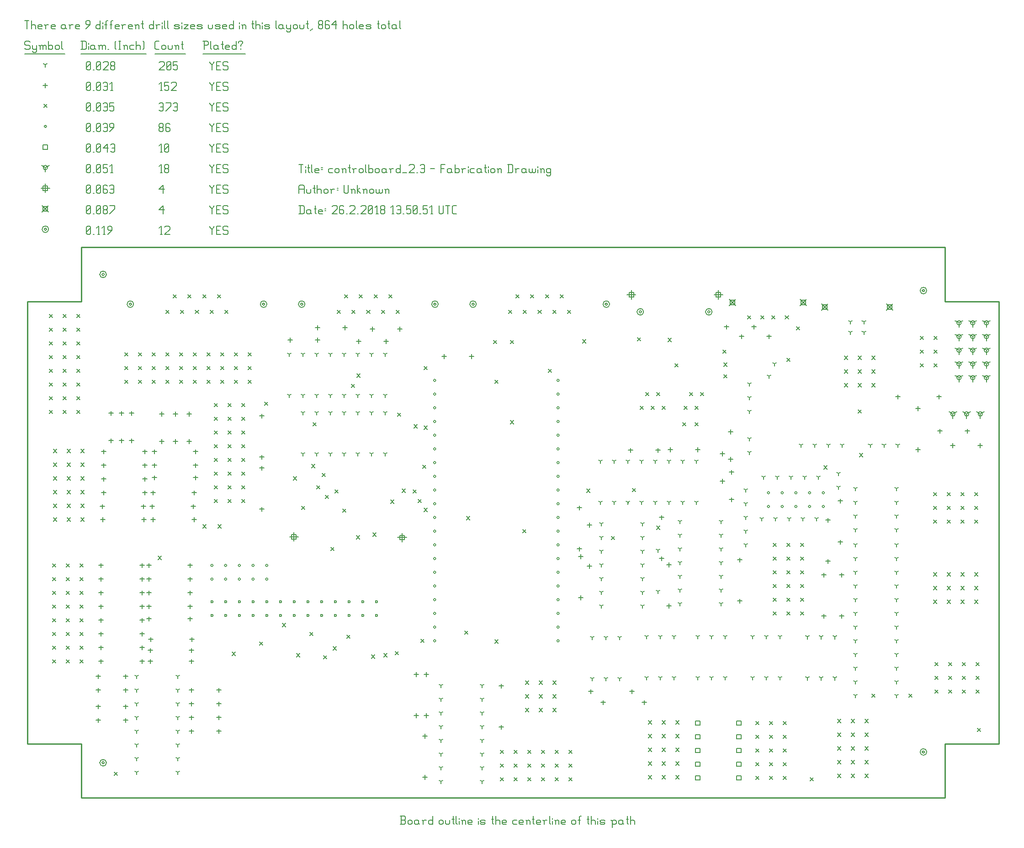
<source format=gbr>
G04 start of page 12 for group -3984 idx -3984 *
G04 Title: controlboard_2.3, fab *
G04 Creator: pcb.exe 20130205 *
G04 CreationDate: 26.2.2018 13.50.51 UTC *
G04 Format: Gerber/RS-274X *
G04 PCB-Dimensions (mm): 183.00 105.00 *
G04 PCB-Coordinate-Origin: lower left *
%MOMM*%
%FSLAX43Y43*%
%LNFAB*%
%ADD1140C,0.254*%
%ADD1139C,0.152*%
%ADD1138R,0.203X0.203*%
G54D1138*X75794Y93976D02*G75*G03X76200Y93976I203J0D01*G01*
G75*G03X75794Y93976I-203J0D01*G01*
X75387D02*G75*G03X76606Y93976I610J0D01*G01*
G75*G03X75387Y93976I-610J0D01*G01*
X51105D02*G75*G03X51511Y93976I203J0D01*G01*
G75*G03X51105Y93976I-203J0D01*G01*
X50698D02*G75*G03X51918Y93976I610J0D01*G01*
G75*G03X50698Y93976I-610J0D01*G01*
X44044D02*G75*G03X44450Y93976I203J0D01*G01*
G75*G03X44044Y93976I-203J0D01*G01*
X43637D02*G75*G03X44856Y93976I610J0D01*G01*
G75*G03X43637Y93976I-610J0D01*G01*
X19355D02*G75*G03X19761Y93976I203J0D01*G01*
G75*G03X19355Y93976I-203J0D01*G01*
X18948D02*G75*G03X20168Y93976I610J0D01*G01*
G75*G03X18948Y93976I-610J0D01*G01*
X107544D02*G75*G03X107950Y93976I203J0D01*G01*
G75*G03X107544Y93976I-203J0D01*G01*
X107137D02*G75*G03X108356Y93976I610J0D01*G01*
G75*G03X107137Y93976I-610J0D01*G01*
X82855D02*G75*G03X83261Y93976I203J0D01*G01*
G75*G03X82855Y93976I-203J0D01*G01*
X82448D02*G75*G03X83668Y93976I610J0D01*G01*
G75*G03X82448Y93976I-610J0D01*G01*
X126543Y92554D02*G75*G03X126949Y92554I203J0D01*G01*
G75*G03X126543Y92554I-203J0D01*G01*
X126136D02*G75*G03X127356Y92554I610J0D01*G01*
G75*G03X126136Y92554I-610J0D01*G01*
X113843D02*G75*G03X114249Y92554I203J0D01*G01*
G75*G03X113843Y92554I-203J0D01*G01*
X113436D02*G75*G03X114656Y92554I610J0D01*G01*
G75*G03X113436Y92554I-610J0D01*G01*
X166303Y96494D02*G75*G03X166709Y96494I203J0D01*G01*
G75*G03X166303Y96494I-203J0D01*G01*
X165896D02*G75*G03X167116Y96494I610J0D01*G01*
G75*G03X165896Y96494I-610J0D01*G01*
X166303Y10994D02*G75*G03X166709Y10994I203J0D01*G01*
G75*G03X166303Y10994I-203J0D01*G01*
X165896D02*G75*G03X167116Y10994I610J0D01*G01*
G75*G03X165896Y10994I-610J0D01*G01*
X14303Y99494D02*G75*G03X14709Y99494I203J0D01*G01*
G75*G03X14303Y99494I-203J0D01*G01*
X13896D02*G75*G03X15116Y99494I610J0D01*G01*
G75*G03X13896Y99494I-610J0D01*G01*
X14303Y8994D02*G75*G03X14709Y8994I203J0D01*G01*
G75*G03X14303Y8994I-203J0D01*G01*
X13896D02*G75*G03X15116Y8994I610J0D01*G01*
G75*G03X13896Y8994I-610J0D01*G01*
X3607Y107858D02*G75*G03X4013Y107858I203J0D01*G01*
G75*G03X3607Y107858I-203J0D01*G01*
X3200D02*G75*G03X4420Y107858I610J0D01*G01*
G75*G03X3200Y107858I-610J0D01*G01*
G54D1139*X34290Y108429D02*Y108239D01*
X34671Y107858D01*
X35052Y108239D01*
Y108429D02*Y108239D01*
X34671Y107858D02*Y106905D01*
X35509Y107667D02*X36081D01*
X35509Y106905D02*X36271D01*
X35509Y108429D02*Y106905D01*
Y108429D02*X36271D01*
X37490D02*X37681Y108239D01*
X36919Y108429D02*X37490D01*
X36728Y108239D02*X36919Y108429D01*
X36728Y108239D02*Y107858D01*
X36919Y107667D01*
X37490D01*
X37681Y107477D01*
Y107096D01*
X37490Y106905D02*X37681Y107096D01*
X36919Y106905D02*X37490D01*
X36728Y107096D02*X36919Y106905D01*
X25083D02*X25464D01*
X25273Y108429D02*Y106905D01*
X24892Y108048D02*X25273Y108429D01*
X25921Y108239D02*X26111Y108429D01*
X26683D01*
X26873Y108239D01*
Y107858D01*
X25921Y106905D02*X26873Y107858D01*
X25921Y106905D02*X26873D01*
X11430Y107096D02*X11621Y106905D01*
X11430Y108239D02*Y107096D01*
Y108239D02*X11621Y108429D01*
X12002D01*
X12192Y108239D01*
Y107096D01*
X12002Y106905D02*X12192Y107096D01*
X11621Y106905D02*X12002D01*
X11430Y107286D02*X12192Y108048D01*
X12649Y106905D02*X12840D01*
X13487D02*X13868D01*
X13678Y108429D02*Y106905D01*
X13297Y108048D02*X13678Y108429D01*
X14516Y106905D02*X14897D01*
X14707Y108429D02*Y106905D01*
X14326Y108048D02*X14707Y108429D01*
X15354Y106905D02*X16116Y107667D01*
Y108239D02*Y107667D01*
X15926Y108429D02*X16116Y108239D01*
X15545Y108429D02*X15926D01*
X15354Y108239D02*X15545Y108429D01*
X15354Y108239D02*Y107858D01*
X15545Y107667D01*
X16116D01*
X147599Y94053D02*X148819Y92833D01*
X147599D02*X148819Y94053D01*
X147803Y93849D02*X148615D01*
X147803D02*Y93037D01*
X148615D01*
Y93849D02*Y93037D01*
X159639Y94053D02*X160858Y92833D01*
X159639D02*X160858Y94053D01*
X159842Y93849D02*X160655D01*
X159842D02*Y93037D01*
X160655D01*
Y93849D02*Y93037D01*
X143637Y94891D02*X144856Y93672D01*
X143637D02*X144856Y94891D01*
X143840Y94688D02*X144653D01*
X143840D02*Y93875D01*
X144653D01*
Y94688D02*Y93875D01*
X130505Y94891D02*X131724Y93672D01*
X130505D02*X131724Y94891D01*
X130708Y94688D02*X131521D01*
X130708D02*Y93875D01*
X131521D01*
Y94688D02*Y93875D01*
X3200Y112277D02*X4420Y111058D01*
X3200D02*X4420Y112277D01*
X3404Y112074D02*X4216D01*
X3404D02*Y111261D01*
X4216D01*
Y112074D02*Y111261D01*
X34290Y112239D02*Y112049D01*
X34671Y111668D01*
X35052Y112049D01*
Y112239D02*Y112049D01*
X34671Y111668D02*Y110715D01*
X35509Y111477D02*X36081D01*
X35509Y110715D02*X36271D01*
X35509Y112239D02*Y110715D01*
Y112239D02*X36271D01*
X37490D02*X37681Y112049D01*
X36919Y112239D02*X37490D01*
X36728Y112049D02*X36919Y112239D01*
X36728Y112049D02*Y111668D01*
X36919Y111477D01*
X37490D01*
X37681Y111287D01*
Y110906D01*
X37490Y110715D02*X37681Y110906D01*
X36919Y110715D02*X37490D01*
X36728Y110906D02*X36919Y110715D01*
X24892Y111477D02*X25654Y112239D01*
X24892Y111477D02*X25845D01*
X25654Y112239D02*Y110715D01*
X11430Y110906D02*X11621Y110715D01*
X11430Y112049D02*Y110906D01*
Y112049D02*X11621Y112239D01*
X12002D01*
X12192Y112049D01*
Y110906D01*
X12002Y110715D02*X12192Y110906D01*
X11621Y110715D02*X12002D01*
X11430Y111096D02*X12192Y111858D01*
X12649Y110715D02*X12840D01*
X13297Y110906D02*X13487Y110715D01*
X13297Y112049D02*Y110906D01*
Y112049D02*X13487Y112239D01*
X13868D01*
X14059Y112049D01*
Y110906D01*
X13868Y110715D02*X14059Y110906D01*
X13487Y110715D02*X13868D01*
X13297Y111096D02*X14059Y111858D01*
X14516Y110906D02*X14707Y110715D01*
X14516Y111287D02*Y110906D01*
Y111287D02*X14707Y111477D01*
X15088D01*
X15278Y111287D01*
Y110906D01*
X15088Y110715D02*X15278Y110906D01*
X14707Y110715D02*X15088D01*
X14516Y111668D02*X14707Y111477D01*
X14516Y112049D02*Y111668D01*
Y112049D02*X14707Y112239D01*
X15088D01*
X15278Y112049D01*
Y111668D01*
X15088Y111477D02*X15278Y111668D01*
X15735Y110715D02*X16688Y111668D01*
Y112239D02*Y111668D01*
X15735Y112239D02*X16688D01*
X49864Y51689D02*Y50063D01*
X49051Y50876D02*X50677D01*
X49458Y51282D02*X50270D01*
X49458D02*Y50470D01*
X50270D01*
Y51282D02*Y50470D01*
X69904Y51549D02*Y49923D01*
X69091Y50736D02*X70717D01*
X69498Y51142D02*X70311D01*
X69498D02*Y50330D01*
X70311D01*
Y51142D02*Y50330D01*
X112395Y96542D02*Y94916D01*
X111582Y95729D02*X113208D01*
X111989Y96135D02*X112801D01*
X111989D02*Y95323D01*
X112801D01*
Y96135D02*Y95323D01*
X128524Y96542D02*Y94916D01*
X127711Y95729D02*X129337D01*
X128118Y96135D02*X128930D01*
X128118D02*Y95323D01*
X128930D01*
Y96135D02*Y95323D01*
X3810Y116290D02*Y114665D01*
X2997Y115478D02*X4623D01*
X3404Y115884D02*X4216D01*
X3404D02*Y115071D01*
X4216D01*
Y115884D02*Y115071D01*
X34290Y116049D02*Y115859D01*
X34671Y115478D01*
X35052Y115859D01*
Y116049D02*Y115859D01*
X34671Y115478D02*Y114525D01*
X35509Y115287D02*X36081D01*
X35509Y114525D02*X36271D01*
X35509Y116049D02*Y114525D01*
Y116049D02*X36271D01*
X37490D02*X37681Y115859D01*
X36919Y116049D02*X37490D01*
X36728Y115859D02*X36919Y116049D01*
X36728Y115859D02*Y115478D01*
X36919Y115287D01*
X37490D01*
X37681Y115097D01*
Y114716D01*
X37490Y114525D02*X37681Y114716D01*
X36919Y114525D02*X37490D01*
X36728Y114716D02*X36919Y114525D01*
X24892Y115287D02*X25654Y116049D01*
X24892Y115287D02*X25845D01*
X25654Y116049D02*Y114525D01*
X11430Y114716D02*X11621Y114525D01*
X11430Y115859D02*Y114716D01*
Y115859D02*X11621Y116049D01*
X12002D01*
X12192Y115859D01*
Y114716D01*
X12002Y114525D02*X12192Y114716D01*
X11621Y114525D02*X12002D01*
X11430Y114906D02*X12192Y115668D01*
X12649Y114525D02*X12840D01*
X13297Y114716D02*X13487Y114525D01*
X13297Y115859D02*Y114716D01*
Y115859D02*X13487Y116049D01*
X13868D01*
X14059Y115859D01*
Y114716D01*
X13868Y114525D02*X14059Y114716D01*
X13487Y114525D02*X13868D01*
X13297Y114906D02*X14059Y115668D01*
X15088Y116049D02*X15278Y115859D01*
X14707Y116049D02*X15088D01*
X14516Y115859D02*X14707Y116049D01*
X14516Y115859D02*Y114716D01*
X14707Y114525D01*
X15088Y115287D02*X15278Y115097D01*
X14516Y115287D02*X15088D01*
X14707Y114525D02*X15088D01*
X15278Y114716D01*
Y115097D02*Y114716D01*
X15735Y115859D02*X15926Y116049D01*
X16307D01*
X16497Y115859D01*
Y114716D01*
X16307Y114525D02*X16497Y114716D01*
X15926Y114525D02*X16307D01*
X15735Y114716D02*X15926Y114525D01*
Y115287D02*X16497D01*
X171958Y73631D02*Y72818D01*
Y73631D02*X172662Y74037D01*
X171958Y73631D02*X171254Y74037D01*
X171552Y73631D02*G75*G03X172364Y73631I406J0D01*G01*
G75*G03X171552Y73631I-406J0D01*G01*
X174498D02*Y72818D01*
Y73631D02*X175202Y74037D01*
X174498Y73631D02*X173794Y74037D01*
X174092Y73631D02*G75*G03X174904Y73631I406J0D01*G01*
G75*G03X174092Y73631I-406J0D01*G01*
X177038D02*Y72818D01*
Y73631D02*X177742Y74037D01*
X177038Y73631D02*X176334Y74037D01*
X176632Y73631D02*G75*G03X177444Y73631I406J0D01*G01*
G75*G03X176632Y73631I-406J0D01*G01*
X173101Y87982D02*Y87169D01*
Y87982D02*X173805Y88388D01*
X173101Y87982D02*X172397Y88388D01*
X172695Y87982D02*G75*G03X173507Y87982I406J0D01*G01*
G75*G03X172695Y87982I-406J0D01*G01*
X173101Y82902D02*Y82089D01*
Y82902D02*X173805Y83308D01*
X173101Y82902D02*X172397Y83308D01*
X172695Y82902D02*G75*G03X173507Y82902I406J0D01*G01*
G75*G03X172695Y82902I-406J0D01*G01*
X178181Y87982D02*Y87169D01*
Y87982D02*X178885Y88388D01*
X178181Y87982D02*X177477Y88388D01*
X177775Y87982D02*G75*G03X178587Y87982I406J0D01*G01*
G75*G03X177775Y87982I-406J0D01*G01*
X178181Y82902D02*Y82089D01*
Y82902D02*X178885Y83308D01*
X178181Y82902D02*X177477Y83308D01*
X177775Y82902D02*G75*G03X178587Y82902I406J0D01*G01*
G75*G03X177775Y82902I-406J0D01*G01*
X178181Y85442D02*Y84629D01*
Y85442D02*X178885Y85848D01*
X178181Y85442D02*X177477Y85848D01*
X177775Y85442D02*G75*G03X178587Y85442I406J0D01*G01*
G75*G03X177775Y85442I-406J0D01*G01*
X175641D02*Y84629D01*
Y85442D02*X176345Y85848D01*
X175641Y85442D02*X174937Y85848D01*
X175235Y85442D02*G75*G03X176047Y85442I406J0D01*G01*
G75*G03X175235Y85442I-406J0D01*G01*
X175641Y87982D02*Y87169D01*
Y87982D02*X176345Y88388D01*
X175641Y87982D02*X174937Y88388D01*
X175235Y87982D02*G75*G03X176047Y87982I406J0D01*G01*
G75*G03X175235Y87982I-406J0D01*G01*
X175641Y82902D02*Y82089D01*
Y82902D02*X176345Y83308D01*
X175641Y82902D02*X174937Y83308D01*
X175235Y82902D02*G75*G03X176047Y82902I406J0D01*G01*
G75*G03X175235Y82902I-406J0D01*G01*
X173101Y85442D02*Y84629D01*
Y85442D02*X173805Y85848D01*
X173101Y85442D02*X172397Y85848D01*
X172695Y85442D02*G75*G03X173507Y85442I406J0D01*G01*
G75*G03X172695Y85442I-406J0D01*G01*
X175641Y80362D02*Y79549D01*
Y80362D02*X176345Y80768D01*
X175641Y80362D02*X174937Y80768D01*
X175235Y80362D02*G75*G03X176047Y80362I406J0D01*G01*
G75*G03X175235Y80362I-406J0D01*G01*
X178181D02*Y79549D01*
Y80362D02*X178885Y80768D01*
X178181Y80362D02*X177477Y80768D01*
X177775Y80362D02*G75*G03X178587Y80362I406J0D01*G01*
G75*G03X177775Y80362I-406J0D01*G01*
X178181Y90522D02*Y89709D01*
Y90522D02*X178885Y90928D01*
X178181Y90522D02*X177477Y90928D01*
X177775Y90522D02*G75*G03X178587Y90522I406J0D01*G01*
G75*G03X177775Y90522I-406J0D01*G01*
X175641D02*Y89709D01*
Y90522D02*X176345Y90928D01*
X175641Y90522D02*X174937Y90928D01*
X175235Y90522D02*G75*G03X176047Y90522I406J0D01*G01*
G75*G03X175235Y90522I-406J0D01*G01*
X173101Y80362D02*Y79549D01*
Y80362D02*X173805Y80768D01*
X173101Y80362D02*X172397Y80768D01*
X172695Y80362D02*G75*G03X173507Y80362I406J0D01*G01*
G75*G03X172695Y80362I-406J0D01*G01*
X173101Y90522D02*Y89709D01*
Y90522D02*X173805Y90928D01*
X173101Y90522D02*X172397Y90928D01*
X172695Y90522D02*G75*G03X173507Y90522I406J0D01*G01*
G75*G03X172695Y90522I-406J0D01*G01*
X3810Y119288D02*Y118475D01*
Y119288D02*X4514Y119694D01*
X3810Y119288D02*X3106Y119694D01*
X3404Y119288D02*G75*G03X4216Y119288I406J0D01*G01*
G75*G03X3404Y119288I-406J0D01*G01*
X34290Y119859D02*Y119669D01*
X34671Y119288D01*
X35052Y119669D01*
Y119859D02*Y119669D01*
X34671Y119288D02*Y118335D01*
X35509Y119097D02*X36081D01*
X35509Y118335D02*X36271D01*
X35509Y119859D02*Y118335D01*
Y119859D02*X36271D01*
X37490D02*X37681Y119669D01*
X36919Y119859D02*X37490D01*
X36728Y119669D02*X36919Y119859D01*
X36728Y119669D02*Y119288D01*
X36919Y119097D01*
X37490D01*
X37681Y118907D01*
Y118526D01*
X37490Y118335D02*X37681Y118526D01*
X36919Y118335D02*X37490D01*
X36728Y118526D02*X36919Y118335D01*
X25083D02*X25464D01*
X25273Y119859D02*Y118335D01*
X24892Y119478D02*X25273Y119859D01*
X25921Y118526D02*X26111Y118335D01*
X25921Y118907D02*Y118526D01*
Y118907D02*X26111Y119097D01*
X26492D01*
X26683Y118907D01*
Y118526D01*
X26492Y118335D02*X26683Y118526D01*
X26111Y118335D02*X26492D01*
X25921Y119288D02*X26111Y119097D01*
X25921Y119669D02*Y119288D01*
Y119669D02*X26111Y119859D01*
X26492D01*
X26683Y119669D01*
Y119288D01*
X26492Y119097D02*X26683Y119288D01*
X11430Y118526D02*X11621Y118335D01*
X11430Y119669D02*Y118526D01*
Y119669D02*X11621Y119859D01*
X12002D01*
X12192Y119669D01*
Y118526D01*
X12002Y118335D02*X12192Y118526D01*
X11621Y118335D02*X12002D01*
X11430Y118716D02*X12192Y119478D01*
X12649Y118335D02*X12840D01*
X13297Y118526D02*X13487Y118335D01*
X13297Y119669D02*Y118526D01*
Y119669D02*X13487Y119859D01*
X13868D01*
X14059Y119669D01*
Y118526D01*
X13868Y118335D02*X14059Y118526D01*
X13487Y118335D02*X13868D01*
X13297Y118716D02*X14059Y119478D01*
X14516Y119859D02*X15278D01*
X14516D02*Y119097D01*
X14707Y119288D01*
X15088D01*
X15278Y119097D01*
Y118526D01*
X15088Y118335D02*X15278Y118526D01*
X14707Y118335D02*X15088D01*
X14516Y118526D02*X14707Y118335D01*
X15926D02*X16307D01*
X16116Y119859D02*Y118335D01*
X15735Y119478D02*X16116Y119859D01*
X131928Y6600D02*X132740D01*
X131928D02*Y5788D01*
X132740D01*
Y6600D02*Y5788D01*
X124308Y6600D02*X125120D01*
X124308D02*Y5788D01*
X125120D01*
Y6600D02*Y5788D01*
X131928Y9140D02*X132740D01*
X131928D02*Y8328D01*
X132740D01*
Y9140D02*Y8328D01*
X124308Y9140D02*X125120D01*
X124308D02*Y8328D01*
X125120D01*
Y9140D02*Y8328D01*
X131928Y11680D02*X132740D01*
X131928D02*Y10868D01*
X132740D01*
Y11680D02*Y10868D01*
X124308Y11680D02*X125120D01*
X124308D02*Y10868D01*
X125120D01*
Y11680D02*Y10868D01*
X131928Y14220D02*X132740D01*
X131928D02*Y13408D01*
X132740D01*
Y14220D02*Y13408D01*
X124308Y14220D02*X125120D01*
X124308D02*Y13408D01*
X125120D01*
Y14220D02*Y13408D01*
X131928Y16760D02*X132740D01*
X131928D02*Y15948D01*
X132740D01*
Y16760D02*Y15948D01*
X124308Y16760D02*X125120D01*
X124308D02*Y15948D01*
X125120D01*
Y16760D02*Y15948D01*
X3404Y123504D02*X4216D01*
X3404D02*Y122691D01*
X4216D01*
Y123504D02*Y122691D01*
X34290Y123669D02*Y123479D01*
X34671Y123098D01*
X35052Y123479D01*
Y123669D02*Y123479D01*
X34671Y123098D02*Y122145D01*
X35509Y122907D02*X36081D01*
X35509Y122145D02*X36271D01*
X35509Y123669D02*Y122145D01*
Y123669D02*X36271D01*
X37490D02*X37681Y123479D01*
X36919Y123669D02*X37490D01*
X36728Y123479D02*X36919Y123669D01*
X36728Y123479D02*Y123098D01*
X36919Y122907D01*
X37490D01*
X37681Y122717D01*
Y122336D01*
X37490Y122145D02*X37681Y122336D01*
X36919Y122145D02*X37490D01*
X36728Y122336D02*X36919Y122145D01*
X25083D02*X25464D01*
X25273Y123669D02*Y122145D01*
X24892Y123288D02*X25273Y123669D01*
X25921Y122336D02*X26111Y122145D01*
X25921Y123479D02*Y122336D01*
Y123479D02*X26111Y123669D01*
X26492D01*
X26683Y123479D01*
Y122336D01*
X26492Y122145D02*X26683Y122336D01*
X26111Y122145D02*X26492D01*
X25921Y122526D02*X26683Y123288D01*
X11430Y122336D02*X11621Y122145D01*
X11430Y123479D02*Y122336D01*
Y123479D02*X11621Y123669D01*
X12002D01*
X12192Y123479D01*
Y122336D01*
X12002Y122145D02*X12192Y122336D01*
X11621Y122145D02*X12002D01*
X11430Y122526D02*X12192Y123288D01*
X12649Y122145D02*X12840D01*
X13297Y122336D02*X13487Y122145D01*
X13297Y123479D02*Y122336D01*
Y123479D02*X13487Y123669D01*
X13868D01*
X14059Y123479D01*
Y122336D01*
X13868Y122145D02*X14059Y122336D01*
X13487Y122145D02*X13868D01*
X13297Y122526D02*X14059Y123288D01*
X14516Y122907D02*X15278Y123669D01*
X14516Y122907D02*X15469D01*
X15278Y123669D02*Y122145D01*
X15926Y123479D02*X16116Y123669D01*
X16497D01*
X16688Y123479D01*
Y122336D01*
X16497Y122145D02*X16688Y122336D01*
X16116Y122145D02*X16497D01*
X15926Y122336D02*X16116Y122145D01*
Y122907D02*X16688D01*
X34468Y36293D02*G75*G03X34874Y36293I203J0D01*G01*
G75*G03X34468Y36293I-203J0D01*G01*
Y38833D02*G75*G03X34874Y38833I203J0D01*G01*
G75*G03X34468Y38833I-203J0D01*G01*
X37008Y36293D02*G75*G03X37414Y36293I203J0D01*G01*
G75*G03X37008Y36293I-203J0D01*G01*
Y38833D02*G75*G03X37414Y38833I203J0D01*G01*
G75*G03X37008Y38833I-203J0D01*G01*
X39548Y36293D02*G75*G03X39954Y36293I203J0D01*G01*
G75*G03X39548Y36293I-203J0D01*G01*
Y38833D02*G75*G03X39954Y38833I203J0D01*G01*
G75*G03X39548Y38833I-203J0D01*G01*
X42088Y36293D02*G75*G03X42494Y36293I203J0D01*G01*
G75*G03X42088Y36293I-203J0D01*G01*
Y38833D02*G75*G03X42494Y38833I203J0D01*G01*
G75*G03X42088Y38833I-203J0D01*G01*
X44628Y36293D02*G75*G03X45034Y36293I203J0D01*G01*
G75*G03X44628Y36293I-203J0D01*G01*
Y38833D02*G75*G03X45034Y38833I203J0D01*G01*
G75*G03X44628Y38833I-203J0D01*G01*
X47168Y36293D02*G75*G03X47574Y36293I203J0D01*G01*
G75*G03X47168Y36293I-203J0D01*G01*
Y38833D02*G75*G03X47574Y38833I203J0D01*G01*
G75*G03X47168Y38833I-203J0D01*G01*
X49708Y36293D02*G75*G03X50114Y36293I203J0D01*G01*
G75*G03X49708Y36293I-203J0D01*G01*
Y38833D02*G75*G03X50114Y38833I203J0D01*G01*
G75*G03X49708Y38833I-203J0D01*G01*
X52248Y36293D02*G75*G03X52654Y36293I203J0D01*G01*
G75*G03X52248Y36293I-203J0D01*G01*
Y38833D02*G75*G03X52654Y38833I203J0D01*G01*
G75*G03X52248Y38833I-203J0D01*G01*
X54788Y36293D02*G75*G03X55194Y36293I203J0D01*G01*
G75*G03X54788Y36293I-203J0D01*G01*
Y38833D02*G75*G03X55194Y38833I203J0D01*G01*
G75*G03X54788Y38833I-203J0D01*G01*
X57328Y36293D02*G75*G03X57734Y36293I203J0D01*G01*
G75*G03X57328Y36293I-203J0D01*G01*
Y38833D02*G75*G03X57734Y38833I203J0D01*G01*
G75*G03X57328Y38833I-203J0D01*G01*
X59868Y36293D02*G75*G03X60274Y36293I203J0D01*G01*
G75*G03X59868Y36293I-203J0D01*G01*
Y38833D02*G75*G03X60274Y38833I203J0D01*G01*
G75*G03X59868Y38833I-203J0D01*G01*
X62408Y36293D02*G75*G03X62814Y36293I203J0D01*G01*
G75*G03X62408Y36293I-203J0D01*G01*
Y38833D02*G75*G03X62814Y38833I203J0D01*G01*
G75*G03X62408Y38833I-203J0D01*G01*
X64948Y36293D02*G75*G03X65354Y36293I203J0D01*G01*
G75*G03X64948Y36293I-203J0D01*G01*
Y38833D02*G75*G03X65354Y38833I203J0D01*G01*
G75*G03X64948Y38833I-203J0D01*G01*
X137592Y56486D02*G75*G03X137998Y56486I203J0D01*G01*
G75*G03X137592Y56486I-203J0D01*G01*
Y59026D02*G75*G03X137998Y59026I203J0D01*G01*
G75*G03X137592Y59026I-203J0D01*G01*
X140132Y56486D02*G75*G03X140538Y56486I203J0D01*G01*
G75*G03X140132Y56486I-203J0D01*G01*
Y59026D02*G75*G03X140538Y59026I203J0D01*G01*
G75*G03X140132Y59026I-203J0D01*G01*
X142672Y56486D02*G75*G03X143078Y56486I203J0D01*G01*
G75*G03X142672Y56486I-203J0D01*G01*
Y59026D02*G75*G03X143078Y59026I203J0D01*G01*
G75*G03X142672Y59026I-203J0D01*G01*
X145212Y56486D02*G75*G03X145618Y56486I203J0D01*G01*
G75*G03X145212Y56486I-203J0D01*G01*
Y59026D02*G75*G03X145618Y59026I203J0D01*G01*
G75*G03X145212Y59026I-203J0D01*G01*
X147752Y56486D02*G75*G03X148158Y56486I203J0D01*G01*
G75*G03X147752Y56486I-203J0D01*G01*
Y59026D02*G75*G03X148158Y59026I203J0D01*G01*
G75*G03X147752Y59026I-203J0D01*G01*
X75743Y79854D02*G75*G03X76149Y79854I203J0D01*G01*
G75*G03X75743Y79854I-203J0D01*G01*
Y77314D02*G75*G03X76149Y77314I203J0D01*G01*
G75*G03X75743Y77314I-203J0D01*G01*
Y74774D02*G75*G03X76149Y74774I203J0D01*G01*
G75*G03X75743Y74774I-203J0D01*G01*
Y72234D02*G75*G03X76149Y72234I203J0D01*G01*
G75*G03X75743Y72234I-203J0D01*G01*
Y69694D02*G75*G03X76149Y69694I203J0D01*G01*
G75*G03X75743Y69694I-203J0D01*G01*
Y67154D02*G75*G03X76149Y67154I203J0D01*G01*
G75*G03X75743Y67154I-203J0D01*G01*
Y64614D02*G75*G03X76149Y64614I203J0D01*G01*
G75*G03X75743Y64614I-203J0D01*G01*
Y62074D02*G75*G03X76149Y62074I203J0D01*G01*
G75*G03X75743Y62074I-203J0D01*G01*
Y59534D02*G75*G03X76149Y59534I203J0D01*G01*
G75*G03X75743Y59534I-203J0D01*G01*
Y56994D02*G75*G03X76149Y56994I203J0D01*G01*
G75*G03X75743Y56994I-203J0D01*G01*
Y54454D02*G75*G03X76149Y54454I203J0D01*G01*
G75*G03X75743Y54454I-203J0D01*G01*
Y51914D02*G75*G03X76149Y51914I203J0D01*G01*
G75*G03X75743Y51914I-203J0D01*G01*
Y49374D02*G75*G03X76149Y49374I203J0D01*G01*
G75*G03X75743Y49374I-203J0D01*G01*
Y46834D02*G75*G03X76149Y46834I203J0D01*G01*
G75*G03X75743Y46834I-203J0D01*G01*
Y44294D02*G75*G03X76149Y44294I203J0D01*G01*
G75*G03X75743Y44294I-203J0D01*G01*
Y41754D02*G75*G03X76149Y41754I203J0D01*G01*
G75*G03X75743Y41754I-203J0D01*G01*
Y39214D02*G75*G03X76149Y39214I203J0D01*G01*
G75*G03X75743Y39214I-203J0D01*G01*
Y36674D02*G75*G03X76149Y36674I203J0D01*G01*
G75*G03X75743Y36674I-203J0D01*G01*
Y34134D02*G75*G03X76149Y34134I203J0D01*G01*
G75*G03X75743Y34134I-203J0D01*G01*
Y31594D02*G75*G03X76149Y31594I203J0D01*G01*
G75*G03X75743Y31594I-203J0D01*G01*
X98603D02*G75*G03X99009Y31594I203J0D01*G01*
G75*G03X98603Y31594I-203J0D01*G01*
Y34134D02*G75*G03X99009Y34134I203J0D01*G01*
G75*G03X98603Y34134I-203J0D01*G01*
Y36674D02*G75*G03X99009Y36674I203J0D01*G01*
G75*G03X98603Y36674I-203J0D01*G01*
Y39214D02*G75*G03X99009Y39214I203J0D01*G01*
G75*G03X98603Y39214I-203J0D01*G01*
Y41754D02*G75*G03X99009Y41754I203J0D01*G01*
G75*G03X98603Y41754I-203J0D01*G01*
Y44294D02*G75*G03X99009Y44294I203J0D01*G01*
G75*G03X98603Y44294I-203J0D01*G01*
Y46834D02*G75*G03X99009Y46834I203J0D01*G01*
G75*G03X98603Y46834I-203J0D01*G01*
Y49374D02*G75*G03X99009Y49374I203J0D01*G01*
G75*G03X98603Y49374I-203J0D01*G01*
Y51914D02*G75*G03X99009Y51914I203J0D01*G01*
G75*G03X98603Y51914I-203J0D01*G01*
Y54454D02*G75*G03X99009Y54454I203J0D01*G01*
G75*G03X98603Y54454I-203J0D01*G01*
Y56994D02*G75*G03X99009Y56994I203J0D01*G01*
G75*G03X98603Y56994I-203J0D01*G01*
Y59534D02*G75*G03X99009Y59534I203J0D01*G01*
G75*G03X98603Y59534I-203J0D01*G01*
Y62074D02*G75*G03X99009Y62074I203J0D01*G01*
G75*G03X98603Y62074I-203J0D01*G01*
Y64614D02*G75*G03X99009Y64614I203J0D01*G01*
G75*G03X98603Y64614I-203J0D01*G01*
Y67154D02*G75*G03X99009Y67154I203J0D01*G01*
G75*G03X98603Y67154I-203J0D01*G01*
Y69694D02*G75*G03X99009Y69694I203J0D01*G01*
G75*G03X98603Y69694I-203J0D01*G01*
Y72234D02*G75*G03X99009Y72234I203J0D01*G01*
G75*G03X98603Y72234I-203J0D01*G01*
Y74774D02*G75*G03X99009Y74774I203J0D01*G01*
G75*G03X98603Y74774I-203J0D01*G01*
Y77314D02*G75*G03X99009Y77314I203J0D01*G01*
G75*G03X98603Y77314I-203J0D01*G01*
Y79854D02*G75*G03X99009Y79854I203J0D01*G01*
G75*G03X98603Y79854I-203J0D01*G01*
X44628Y45564D02*G75*G03X45034Y45564I203J0D01*G01*
G75*G03X44628Y45564I-203J0D01*G01*
Y43024D02*G75*G03X45034Y43024I203J0D01*G01*
G75*G03X44628Y43024I-203J0D01*G01*
X42088Y45564D02*G75*G03X42494Y45564I203J0D01*G01*
G75*G03X42088Y45564I-203J0D01*G01*
Y43024D02*G75*G03X42494Y43024I203J0D01*G01*
G75*G03X42088Y43024I-203J0D01*G01*
X39548Y45564D02*G75*G03X39954Y45564I203J0D01*G01*
G75*G03X39548Y45564I-203J0D01*G01*
Y43024D02*G75*G03X39954Y43024I203J0D01*G01*
G75*G03X39548Y43024I-203J0D01*G01*
X37008Y45564D02*G75*G03X37414Y45564I203J0D01*G01*
G75*G03X37008Y45564I-203J0D01*G01*
Y43024D02*G75*G03X37414Y43024I203J0D01*G01*
G75*G03X37008Y43024I-203J0D01*G01*
X34468Y45564D02*G75*G03X34874Y45564I203J0D01*G01*
G75*G03X34468Y45564I-203J0D01*G01*
Y43024D02*G75*G03X34874Y43024I203J0D01*G01*
G75*G03X34468Y43024I-203J0D01*G01*
X3607Y126908D02*G75*G03X4013Y126908I203J0D01*G01*
G75*G03X3607Y126908I-203J0D01*G01*
X34290Y127479D02*Y127289D01*
X34671Y126908D01*
X35052Y127289D01*
Y127479D02*Y127289D01*
X34671Y126908D02*Y125955D01*
X35509Y126717D02*X36081D01*
X35509Y125955D02*X36271D01*
X35509Y127479D02*Y125955D01*
Y127479D02*X36271D01*
X37490D02*X37681Y127289D01*
X36919Y127479D02*X37490D01*
X36728Y127289D02*X36919Y127479D01*
X36728Y127289D02*Y126908D01*
X36919Y126717D01*
X37490D01*
X37681Y126527D01*
Y126146D01*
X37490Y125955D02*X37681Y126146D01*
X36919Y125955D02*X37490D01*
X36728Y126146D02*X36919Y125955D01*
X24892Y126146D02*X25083Y125955D01*
X24892Y126527D02*Y126146D01*
Y126527D02*X25083Y126717D01*
X25464D01*
X25654Y126527D01*
Y126146D01*
X25464Y125955D02*X25654Y126146D01*
X25083Y125955D02*X25464D01*
X24892Y126908D02*X25083Y126717D01*
X24892Y127289D02*Y126908D01*
Y127289D02*X25083Y127479D01*
X25464D01*
X25654Y127289D01*
Y126908D01*
X25464Y126717D02*X25654Y126908D01*
X26683Y127479D02*X26873Y127289D01*
X26302Y127479D02*X26683D01*
X26111Y127289D02*X26302Y127479D01*
X26111Y127289D02*Y126146D01*
X26302Y125955D01*
X26683Y126717D02*X26873Y126527D01*
X26111Y126717D02*X26683D01*
X26302Y125955D02*X26683D01*
X26873Y126146D01*
Y126527D02*Y126146D01*
X11430D02*X11621Y125955D01*
X11430Y127289D02*Y126146D01*
Y127289D02*X11621Y127479D01*
X12002D01*
X12192Y127289D01*
Y126146D01*
X12002Y125955D02*X12192Y126146D01*
X11621Y125955D02*X12002D01*
X11430Y126336D02*X12192Y127098D01*
X12649Y125955D02*X12840D01*
X13297Y126146D02*X13487Y125955D01*
X13297Y127289D02*Y126146D01*
Y127289D02*X13487Y127479D01*
X13868D01*
X14059Y127289D01*
Y126146D01*
X13868Y125955D02*X14059Y126146D01*
X13487Y125955D02*X13868D01*
X13297Y126336D02*X14059Y127098D01*
X14516Y127289D02*X14707Y127479D01*
X15088D01*
X15278Y127289D01*
Y126146D01*
X15088Y125955D02*X15278Y126146D01*
X14707Y125955D02*X15088D01*
X14516Y126146D02*X14707Y125955D01*
Y126717D02*X15278D01*
X15735Y125955D02*X16497Y126717D01*
Y127289D02*Y126717D01*
X16307Y127479D02*X16497Y127289D01*
X15926Y127479D02*X16307D01*
X15735Y127289D02*X15926Y127479D01*
X15735Y127289D02*Y126908D01*
X15926Y126717D01*
X16497D01*
X57861Y92859D02*X58471Y92249D01*
X57861D02*X58471Y92859D01*
X60604D02*X61214Y92249D01*
X60604D02*X61214Y92859D01*
X63348D02*X63957Y92249D01*
X63348D02*X63957Y92859D01*
X66091D02*X66700Y92249D01*
X66091D02*X66700Y92859D01*
X68834D02*X69444Y92249D01*
X68834D02*X69444Y92859D01*
X59233Y95704D02*X59842Y95094D01*
X59233D02*X59842Y95704D01*
X61976D02*X62586Y95094D01*
X61976D02*X62586Y95704D01*
X64719D02*X65329Y95094D01*
X64719D02*X65329Y95704D01*
X67462D02*X68072Y95094D01*
X67462D02*X68072Y95704D01*
X141173Y49679D02*X141783Y49069D01*
X141173D02*X141783Y49679D01*
X141173Y47139D02*X141783Y46529D01*
X141173D02*X141783Y47139D01*
X141173Y44599D02*X141783Y43989D01*
X141173D02*X141783Y44599D01*
X141173Y42059D02*X141783Y41449D01*
X141173D02*X141783Y42059D01*
X141173Y39519D02*X141783Y38909D01*
X141173D02*X141783Y39519D01*
X141173Y36979D02*X141783Y36369D01*
X141173D02*X141783Y36979D01*
X143713D02*X144323Y36369D01*
X143713D02*X144323Y36979D01*
X138633D02*X139243Y36369D01*
X138633D02*X139243Y36979D01*
X143713Y39519D02*X144323Y38909D01*
X143713D02*X144323Y39519D01*
X138633D02*X139243Y38909D01*
X138633D02*X139243Y39519D01*
X143713Y42059D02*X144323Y41449D01*
X143713D02*X144323Y42059D01*
X138633D02*X139243Y41449D01*
X138633D02*X139243Y42059D01*
X143713Y44599D02*X144323Y43989D01*
X143713D02*X144323Y44599D01*
X138633D02*X139243Y43989D01*
X138633D02*X139243Y44599D01*
X143713Y47139D02*X144323Y46529D01*
X143713D02*X144323Y47139D01*
X138633D02*X139243Y46529D01*
X138633D02*X139243Y47139D01*
X143713Y49679D02*X144323Y49069D01*
X143713D02*X144323Y49679D01*
X138633D02*X139243Y49069D01*
X138633D02*X139243Y49679D01*
X26111Y92859D02*X26721Y92249D01*
X26111D02*X26721Y92859D01*
X28854D02*X29464Y92249D01*
X28854D02*X29464Y92859D01*
X31598D02*X32207Y92249D01*
X31598D02*X32207Y92859D01*
X34341D02*X34950Y92249D01*
X34341D02*X34950Y92859D01*
X37084D02*X37694Y92249D01*
X37084D02*X37694Y92859D01*
X27483Y95704D02*X28092Y95094D01*
X27483D02*X28092Y95704D01*
X30226D02*X30836Y95094D01*
X30226D02*X30836Y95704D01*
X32969D02*X33579Y95094D01*
X32969D02*X33579Y95704D01*
X35712D02*X36322Y95094D01*
X35712D02*X36322Y95704D01*
X89611Y92859D02*X90221Y92249D01*
X89611D02*X90221Y92859D01*
X92354D02*X92964Y92249D01*
X92354D02*X92964Y92859D01*
X95098D02*X95707Y92249D01*
X95098D02*X95707Y92859D01*
X97841D02*X98450Y92249D01*
X97841D02*X98450Y92859D01*
X100584D02*X101194Y92249D01*
X100584D02*X101194Y92859D01*
X90983Y95704D02*X91592Y95094D01*
X90983D02*X91592Y95704D01*
X93726D02*X94336Y95094D01*
X93726D02*X94336Y95704D01*
X96469D02*X97079Y95094D01*
X96469D02*X97079Y95704D01*
X99212D02*X99822Y95094D01*
X99212D02*X99822Y95704D01*
X138405Y91868D02*X139014Y91259D01*
X138405D02*X139014Y91868D01*
X136373D02*X136982Y91259D01*
X136373D02*X136982Y91868D01*
X140894D02*X141503Y91259D01*
X140894D02*X141503Y91868D01*
X133883D02*X134493Y91259D01*
X133883D02*X134493Y91868D01*
X113995Y75079D02*X114605Y74469D01*
X113995D02*X114605Y75079D01*
X116027D02*X116637Y74469D01*
X116027D02*X116637Y75079D01*
X115011Y77619D02*X115621Y77009D01*
X115011D02*X115621Y77619D01*
X118059Y75079D02*X118669Y74469D01*
X118059D02*X118669Y75079D01*
X117043Y77619D02*X117653Y77009D01*
X117043D02*X117653Y77619D01*
X122123Y75079D02*X122733Y74469D01*
X122123D02*X122733Y75079D01*
X124155D02*X124765Y74469D01*
X124155D02*X124765Y75079D01*
X123139Y77619D02*X123749Y77009D01*
X123139D02*X123749Y77619D01*
X125171D02*X125781Y77009D01*
X125171D02*X125781Y77619D01*
X168478Y85493D02*X169088Y84883D01*
X168478D02*X169088Y85493D01*
X165938D02*X166548Y84883D01*
X165938D02*X166548Y85493D01*
X165938Y82953D02*X166548Y82343D01*
X165938D02*X166548Y82953D01*
X165938Y88033D02*X166548Y87423D01*
X165938D02*X166548Y88033D01*
X168478Y82953D02*X169088Y82343D01*
X168478D02*X169088Y82953D01*
X168478Y88033D02*X169088Y87423D01*
X168478D02*X169088Y88033D01*
X154381Y84350D02*X154991Y83740D01*
X154381D02*X154991Y84350D01*
X154381Y81810D02*X154991Y81200D01*
X154381D02*X154991Y81810D01*
X154381Y79270D02*X154991Y78660D01*
X154381D02*X154991Y79270D01*
X156921D02*X157531Y78660D01*
X156921D02*X157531Y79270D01*
X151841D02*X152451Y78660D01*
X151841D02*X152451Y79270D01*
X156921Y81810D02*X157531Y81200D01*
X156921D02*X157531Y81810D01*
X151841D02*X152451Y81200D01*
X151841D02*X152451Y81810D01*
X156921Y84350D02*X157531Y83740D01*
X156921D02*X157531Y84350D01*
X151841D02*X152451Y83740D01*
X151841D02*X152451Y84350D01*
X88087Y8785D02*X88697Y8175D01*
X88087D02*X88697Y8785D01*
X90627D02*X91237Y8175D01*
X90627D02*X91237Y8785D01*
X93167D02*X93777Y8175D01*
X93167D02*X93777Y8785D01*
X95707D02*X96317Y8175D01*
X95707D02*X96317Y8785D01*
X98247D02*X98857Y8175D01*
X98247D02*X98857Y8785D01*
X100787D02*X101397Y8175D01*
X100787D02*X101397Y8785D01*
X100787Y11325D02*X101397Y10715D01*
X100787D02*X101397Y11325D01*
X100787Y6245D02*X101397Y5635D01*
X100787D02*X101397Y6245D01*
X98247Y11325D02*X98857Y10715D01*
X98247D02*X98857Y11325D01*
X98247Y6245D02*X98857Y5635D01*
X98247D02*X98857Y6245D01*
X95707Y11325D02*X96317Y10715D01*
X95707D02*X96317Y11325D01*
X95707Y6245D02*X96317Y5635D01*
X95707D02*X96317Y6245D01*
X93167Y11325D02*X93777Y10715D01*
X93167D02*X93777Y11325D01*
X93167Y6245D02*X93777Y5635D01*
X93167D02*X93777Y6245D01*
X90627Y11325D02*X91237Y10715D01*
X90627D02*X91237Y11325D01*
X90627Y6245D02*X91237Y5635D01*
X90627D02*X91237Y6245D01*
X88087Y11325D02*X88697Y10715D01*
X88087D02*X88697Y11325D01*
X88087Y6245D02*X88697Y5635D01*
X88087D02*X88697Y6245D01*
X37668Y73047D02*X38278Y72437D01*
X37668D02*X38278Y73047D01*
X37668Y75587D02*X38278Y74977D01*
X37668D02*X38278Y75587D01*
X37668Y70507D02*X38278Y69897D01*
X37668D02*X38278Y70507D01*
X37668Y67967D02*X38278Y67357D01*
X37668D02*X38278Y67967D01*
X37668Y65427D02*X38278Y64817D01*
X37668D02*X38278Y65427D01*
X37668Y62887D02*X38278Y62277D01*
X37668D02*X38278Y62887D01*
X37668Y60347D02*X38278Y59737D01*
X37668D02*X38278Y60347D01*
X37668Y57807D02*X38278Y57197D01*
X37668D02*X38278Y57807D01*
X40208D02*X40818Y57197D01*
X40208D02*X40818Y57807D01*
X35128D02*X35738Y57197D01*
X35128D02*X35738Y57807D01*
X40208Y60347D02*X40818Y59737D01*
X40208D02*X40818Y60347D01*
X35128D02*X35738Y59737D01*
X35128D02*X35738Y60347D01*
X40208Y62887D02*X40818Y62277D01*
X40208D02*X40818Y62887D01*
X35128D02*X35738Y62277D01*
X35128D02*X35738Y62887D01*
X40208Y65427D02*X40818Y64817D01*
X40208D02*X40818Y65427D01*
X35128D02*X35738Y64817D01*
X35128D02*X35738Y65427D01*
X40208Y67967D02*X40818Y67357D01*
X40208D02*X40818Y67967D01*
X35128D02*X35738Y67357D01*
X35128D02*X35738Y67967D01*
X40208Y70507D02*X40818Y69897D01*
X40208D02*X40818Y70507D01*
X35128D02*X35738Y69897D01*
X35128D02*X35738Y70507D01*
X35128Y75587D02*X35738Y74977D01*
X35128D02*X35738Y75587D01*
X40208D02*X40818Y74977D01*
X40208D02*X40818Y75587D01*
X35128Y73047D02*X35738Y72437D01*
X35128D02*X35738Y73047D01*
X40208D02*X40818Y72437D01*
X40208D02*X40818Y73047D01*
X26111Y82445D02*X26721Y81835D01*
X26111D02*X26721Y82445D01*
X23571D02*X24181Y81835D01*
X23571D02*X24181Y82445D01*
X28651D02*X29261Y81835D01*
X28651D02*X29261Y82445D01*
X31191D02*X31801Y81835D01*
X31191D02*X31801Y82445D01*
X33731D02*X34341Y81835D01*
X33731D02*X34341Y82445D01*
X36271D02*X36881Y81835D01*
X36271D02*X36881Y82445D01*
X38811D02*X39421Y81835D01*
X38811D02*X39421Y82445D01*
X41351D02*X41961Y81835D01*
X41351D02*X41961Y82445D01*
X41351Y84985D02*X41961Y84375D01*
X41351D02*X41961Y84985D01*
X41351Y79905D02*X41961Y79295D01*
X41351D02*X41961Y79905D01*
X38811Y84985D02*X39421Y84375D01*
X38811D02*X39421Y84985D01*
X38811Y79905D02*X39421Y79295D01*
X38811D02*X39421Y79905D01*
X36271Y84985D02*X36881Y84375D01*
X36271D02*X36881Y84985D01*
X36271Y79905D02*X36881Y79295D01*
X36271D02*X36881Y79905D01*
X33731Y84985D02*X34341Y84375D01*
X33731D02*X34341Y84985D01*
X33731Y79905D02*X34341Y79295D01*
X33731D02*X34341Y79905D01*
X31191Y84985D02*X31801Y84375D01*
X31191D02*X31801Y84985D01*
X31191Y79905D02*X31801Y79295D01*
X31191D02*X31801Y79905D01*
X28651Y84985D02*X29261Y84375D01*
X28651D02*X29261Y84985D01*
X28651Y79905D02*X29261Y79295D01*
X28651D02*X29261Y79905D01*
X23571D02*X24181Y79295D01*
X23571D02*X24181Y79905D01*
X23571Y84985D02*X24181Y84375D01*
X23571D02*X24181Y84985D01*
X26111Y79905D02*X26721Y79295D01*
X26111D02*X26721Y79905D01*
X26111Y84985D02*X26721Y84375D01*
X26111D02*X26721Y84985D01*
X21031Y82445D02*X21641Y81835D01*
X21031D02*X21641Y82445D01*
X18491D02*X19101Y81835D01*
X18491D02*X19101Y82445D01*
X18491Y79905D02*X19101Y79295D01*
X18491D02*X19101Y79905D01*
X18491Y84985D02*X19101Y84375D01*
X18491D02*X19101Y84985D01*
X21031Y79905D02*X21641Y79295D01*
X21031D02*X21641Y79905D01*
X21031Y84985D02*X21641Y84375D01*
X21031D02*X21641Y84985D01*
X7061Y89557D02*X7671Y88947D01*
X7061D02*X7671Y89557D01*
X7061Y92097D02*X7671Y91487D01*
X7061D02*X7671Y92097D01*
X7061Y87017D02*X7671Y86407D01*
X7061D02*X7671Y87017D01*
X7061Y84477D02*X7671Y83867D01*
X7061D02*X7671Y84477D01*
X7061Y81937D02*X7671Y81327D01*
X7061D02*X7671Y81937D01*
X7061Y79397D02*X7671Y78787D01*
X7061D02*X7671Y79397D01*
X7061Y76857D02*X7671Y76247D01*
X7061D02*X7671Y76857D01*
X7061Y74317D02*X7671Y73707D01*
X7061D02*X7671Y74317D01*
X9601D02*X10211Y73707D01*
X9601D02*X10211Y74317D01*
X4521D02*X5131Y73707D01*
X4521D02*X5131Y74317D01*
X9601Y76857D02*X10211Y76247D01*
X9601D02*X10211Y76857D01*
X4521D02*X5131Y76247D01*
X4521D02*X5131Y76857D01*
X9601Y79397D02*X10211Y78787D01*
X9601D02*X10211Y79397D01*
X4521D02*X5131Y78787D01*
X4521D02*X5131Y79397D01*
X9601Y81937D02*X10211Y81327D01*
X9601D02*X10211Y81937D01*
X4521D02*X5131Y81327D01*
X4521D02*X5131Y81937D01*
X9601Y84477D02*X10211Y83867D01*
X9601D02*X10211Y84477D01*
X4521D02*X5131Y83867D01*
X4521D02*X5131Y84477D01*
X9601Y87017D02*X10211Y86407D01*
X9601D02*X10211Y87017D01*
X4521D02*X5131Y86407D01*
X4521D02*X5131Y87017D01*
X4521Y92097D02*X5131Y91487D01*
X4521D02*X5131Y92097D01*
X9601D02*X10211Y91487D01*
X9601D02*X10211Y92097D01*
X4521Y89557D02*X5131Y88947D01*
X4521D02*X5131Y89557D01*
X9601D02*X10211Y88947D01*
X9601D02*X10211Y89557D01*
X176225Y25041D02*X176835Y24431D01*
X176225D02*X176835Y25041D01*
X173685D02*X174295Y24431D01*
X173685D02*X174295Y25041D01*
X171145D02*X171755Y24431D01*
X171145D02*X171755Y25041D01*
X168605D02*X169215Y24431D01*
X168605D02*X169215Y25041D01*
X168605Y22501D02*X169215Y21891D01*
X168605D02*X169215Y22501D01*
X168605Y27581D02*X169215Y26971D01*
X168605D02*X169215Y27581D01*
X171145Y22501D02*X171755Y21891D01*
X171145D02*X171755Y22501D01*
X171145Y27581D02*X171755Y26971D01*
X171145D02*X171755Y27581D01*
X173685Y22501D02*X174295Y21891D01*
X173685D02*X174295Y22501D01*
X173685Y27581D02*X174295Y26971D01*
X173685D02*X174295Y27581D01*
X176225Y22501D02*X176835Y21891D01*
X176225D02*X176835Y22501D01*
X176225Y27581D02*X176835Y26971D01*
X176225D02*X176835Y27581D01*
X175971Y56537D02*X176581Y55927D01*
X175971D02*X176581Y56537D01*
X173431D02*X174041Y55927D01*
X173431D02*X174041Y56537D01*
X170891D02*X171501Y55927D01*
X170891D02*X171501Y56537D01*
X168351D02*X168961Y55927D01*
X168351D02*X168961Y56537D01*
X168351Y53997D02*X168961Y53387D01*
X168351D02*X168961Y53997D01*
X168351Y59077D02*X168961Y58467D01*
X168351D02*X168961Y59077D01*
X170891Y53997D02*X171501Y53387D01*
X170891D02*X171501Y53997D01*
X170891Y59077D02*X171501Y58467D01*
X170891D02*X171501Y59077D01*
X173431Y53997D02*X174041Y53387D01*
X173431D02*X174041Y53997D01*
X173431Y59077D02*X174041Y58467D01*
X173431D02*X174041Y59077D01*
X175971Y53997D02*X176581Y53387D01*
X175971D02*X176581Y53997D01*
X175971Y59077D02*X176581Y58467D01*
X175971D02*X176581Y59077D01*
X118059Y6626D02*X118669Y6016D01*
X118059D02*X118669Y6626D01*
X118059Y9166D02*X118669Y8556D01*
X118059D02*X118669Y9166D01*
X118059Y11706D02*X118669Y11096D01*
X118059D02*X118669Y11706D01*
X118059Y14246D02*X118669Y13636D01*
X118059D02*X118669Y14246D01*
X118059Y16786D02*X118669Y16176D01*
X118059D02*X118669Y16786D01*
X115519D02*X116129Y16176D01*
X115519D02*X116129Y16786D01*
X120599D02*X121209Y16176D01*
X120599D02*X121209Y16786D01*
X115519Y14246D02*X116129Y13636D01*
X115519D02*X116129Y14246D01*
X120599D02*X121209Y13636D01*
X120599D02*X121209Y14246D01*
X115519Y11706D02*X116129Y11096D01*
X115519D02*X116129Y11706D01*
X120599D02*X121209Y11096D01*
X120599D02*X121209Y11706D01*
X115519Y9166D02*X116129Y8556D01*
X115519D02*X116129Y9166D01*
X120599D02*X121209Y8556D01*
X120599D02*X121209Y9166D01*
X115519Y6626D02*X116129Y6016D01*
X115519D02*X116129Y6626D01*
X120599D02*X121209Y6016D01*
X120599D02*X121209Y6626D01*
X153111Y6880D02*X153721Y6270D01*
X153111D02*X153721Y6880D01*
X153111Y9420D02*X153721Y8810D01*
X153111D02*X153721Y9420D01*
X153111Y11960D02*X153721Y11350D01*
X153111D02*X153721Y11960D01*
X153111Y14500D02*X153721Y13890D01*
X153111D02*X153721Y14500D01*
X153111Y17040D02*X153721Y16430D01*
X153111D02*X153721Y17040D01*
X150571D02*X151181Y16430D01*
X150571D02*X151181Y17040D01*
X155651D02*X156261Y16430D01*
X155651D02*X156261Y17040D01*
X150571Y14500D02*X151181Y13890D01*
X150571D02*X151181Y14500D01*
X155651D02*X156261Y13890D01*
X155651D02*X156261Y14500D01*
X150571Y11960D02*X151181Y11350D01*
X150571D02*X151181Y11960D01*
X155651D02*X156261Y11350D01*
X155651D02*X156261Y11960D01*
X150571Y9420D02*X151181Y8810D01*
X150571D02*X151181Y9420D01*
X155651D02*X156261Y8810D01*
X155651D02*X156261Y9420D01*
X150571Y6880D02*X151181Y6270D01*
X150571D02*X151181Y6880D01*
X155651D02*X156261Y6270D01*
X155651D02*X156261Y6880D01*
X7696Y43329D02*X8306Y42719D01*
X7696D02*X8306Y43329D01*
X7696Y45869D02*X8306Y45259D01*
X7696D02*X8306Y45869D01*
X7696Y40789D02*X8306Y40179D01*
X7696D02*X8306Y40789D01*
X7696Y38249D02*X8306Y37639D01*
X7696D02*X8306Y38249D01*
X7696Y35709D02*X8306Y35099D01*
X7696D02*X8306Y35709D01*
X7696Y33169D02*X8306Y32559D01*
X7696D02*X8306Y33169D01*
X7696Y30629D02*X8306Y30019D01*
X7696D02*X8306Y30629D01*
X7696Y28089D02*X8306Y27479D01*
X7696D02*X8306Y28089D01*
X10236D02*X10846Y27479D01*
X10236D02*X10846Y28089D01*
X5156D02*X5766Y27479D01*
X5156D02*X5766Y28089D01*
X10236Y30629D02*X10846Y30019D01*
X10236D02*X10846Y30629D01*
X5156D02*X5766Y30019D01*
X5156D02*X5766Y30629D01*
X10236Y33169D02*X10846Y32559D01*
X10236D02*X10846Y33169D01*
X5156D02*X5766Y32559D01*
X5156D02*X5766Y33169D01*
X10236Y35709D02*X10846Y35099D01*
X10236D02*X10846Y35709D01*
X5156D02*X5766Y35099D01*
X5156D02*X5766Y35709D01*
X10236Y38249D02*X10846Y37639D01*
X10236D02*X10846Y38249D01*
X5156D02*X5766Y37639D01*
X5156D02*X5766Y38249D01*
X10236Y40789D02*X10846Y40179D01*
X10236D02*X10846Y40789D01*
X5156D02*X5766Y40179D01*
X5156D02*X5766Y40789D01*
X5156Y45869D02*X5766Y45259D01*
X5156D02*X5766Y45869D01*
X10236D02*X10846Y45259D01*
X10236D02*X10846Y45869D01*
X5156Y43329D02*X5766Y42719D01*
X5156D02*X5766Y43329D01*
X10236D02*X10846Y42719D01*
X10236D02*X10846Y43329D01*
X175971Y41678D02*X176581Y41068D01*
X175971D02*X176581Y41678D01*
X173431D02*X174041Y41068D01*
X173431D02*X174041Y41678D01*
X170891D02*X171501Y41068D01*
X170891D02*X171501Y41678D01*
X168351D02*X168961Y41068D01*
X168351D02*X168961Y41678D01*
X168351Y39138D02*X168961Y38528D01*
X168351D02*X168961Y39138D01*
X168351Y44218D02*X168961Y43608D01*
X168351D02*X168961Y44218D01*
X170891Y39138D02*X171501Y38528D01*
X170891D02*X171501Y39138D01*
X170891Y44218D02*X171501Y43608D01*
X170891D02*X171501Y44218D01*
X173431Y39138D02*X174041Y38528D01*
X173431D02*X174041Y39138D01*
X173431Y44218D02*X174041Y43608D01*
X173431D02*X174041Y44218D01*
X175971Y39138D02*X176581Y38528D01*
X175971D02*X176581Y39138D01*
X175971Y44218D02*X176581Y43608D01*
X175971D02*X176581Y44218D01*
X137998Y6499D02*X138608Y5889D01*
X137998D02*X138608Y6499D01*
X137998Y9039D02*X138608Y8429D01*
X137998D02*X138608Y9039D01*
X137998Y11579D02*X138608Y10969D01*
X137998D02*X138608Y11579D01*
X137998Y14119D02*X138608Y13509D01*
X137998D02*X138608Y14119D01*
X137998Y16659D02*X138608Y16049D01*
X137998D02*X138608Y16659D01*
X135458D02*X136068Y16049D01*
X135458D02*X136068Y16659D01*
X140538D02*X141148Y16049D01*
X140538D02*X141148Y16659D01*
X135458Y14119D02*X136068Y13509D01*
X135458D02*X136068Y14119D01*
X140538D02*X141148Y13509D01*
X140538D02*X141148Y14119D01*
X135458Y11579D02*X136068Y10969D01*
X135458D02*X136068Y11579D01*
X140538D02*X141148Y10969D01*
X140538D02*X141148Y11579D01*
X135458Y9039D02*X136068Y8429D01*
X135458D02*X136068Y9039D01*
X140538D02*X141148Y8429D01*
X140538D02*X141148Y9039D01*
X135458Y6499D02*X136068Y5889D01*
X135458D02*X136068Y6499D01*
X140538D02*X141148Y5889D01*
X140538D02*X141148Y6499D01*
X7823Y67078D02*X8433Y66468D01*
X7823D02*X8433Y67078D01*
X7823Y64538D02*X8433Y63928D01*
X7823D02*X8433Y64538D01*
X7823Y61998D02*X8433Y61388D01*
X7823D02*X8433Y61998D01*
X7823Y59458D02*X8433Y58848D01*
X7823D02*X8433Y59458D01*
X7823Y56918D02*X8433Y56308D01*
X7823D02*X8433Y56918D01*
X7823Y54378D02*X8433Y53768D01*
X7823D02*X8433Y54378D01*
X10363D02*X10973Y53768D01*
X10363D02*X10973Y54378D01*
X5283D02*X5893Y53768D01*
X5283D02*X5893Y54378D01*
X10363Y56918D02*X10973Y56308D01*
X10363D02*X10973Y56918D01*
X5283D02*X5893Y56308D01*
X5283D02*X5893Y56918D01*
X10363Y59458D02*X10973Y58848D01*
X10363D02*X10973Y59458D01*
X5283D02*X5893Y58848D01*
X5283D02*X5893Y59458D01*
X10363Y61998D02*X10973Y61388D01*
X10363D02*X10973Y61998D01*
X5283D02*X5893Y61388D01*
X5283D02*X5893Y61998D01*
X10363Y64538D02*X10973Y63928D01*
X10363D02*X10973Y64538D01*
X5283D02*X5893Y63928D01*
X5283D02*X5893Y64538D01*
X10363Y67078D02*X10973Y66468D01*
X10363D02*X10973Y67078D01*
X5283D02*X5893Y66468D01*
X5283D02*X5893Y67078D01*
X95326Y19072D02*X95936Y18462D01*
X95326D02*X95936Y19072D01*
X95326Y21612D02*X95936Y21002D01*
X95326D02*X95936Y21612D01*
X95326Y24152D02*X95936Y23542D01*
X95326D02*X95936Y24152D01*
X92786D02*X93396Y23542D01*
X92786D02*X93396Y24152D01*
X97866D02*X98476Y23542D01*
X97866D02*X98476Y24152D01*
X92786Y21612D02*X93396Y21002D01*
X92786D02*X93396Y21612D01*
X97866D02*X98476Y21002D01*
X97866D02*X98476Y21612D01*
X92786Y19072D02*X93396Y18462D01*
X92786D02*X93396Y19072D01*
X97866D02*X98476Y18462D01*
X97866D02*X98476Y19072D01*
X129489Y83080D02*X130099Y82470D01*
X129489D02*X130099Y83080D01*
X129489Y80921D02*X130099Y80311D01*
X129489D02*X130099Y80921D01*
X124155Y72031D02*X124765Y71421D01*
X124155D02*X124765Y72031D01*
X121869D02*X122479Y71421D01*
X121869D02*X122479Y72031D01*
X156921Y21739D02*X157531Y21129D01*
X156921D02*X157531Y21739D01*
X120472Y82953D02*X121082Y82343D01*
X120472D02*X121082Y82953D01*
X145491Y6245D02*X146101Y5635D01*
X145491D02*X146101Y6245D01*
X142951Y89811D02*X143561Y89201D01*
X142951D02*X143561Y89811D01*
X176479Y15389D02*X177089Y14779D01*
X176479D02*X177089Y15389D01*
X35763Y53108D02*X36373Y52498D01*
X35763D02*X36373Y53108D01*
X32969D02*X33579Y52498D01*
X32969D02*X33579Y53108D01*
X52781Y33169D02*X53391Y32559D01*
X52781D02*X53391Y33169D01*
X24714Y47266D02*X25324Y46656D01*
X24714D02*X25324Y47266D01*
X86817Y87271D02*X87427Y86661D01*
X86817D02*X87427Y87271D01*
X163779Y21739D02*X164389Y21129D01*
X163779D02*X164389Y21739D01*
X108661Y50949D02*X109271Y50339D01*
X108661D02*X109271Y50949D01*
X129362Y85493D02*X129972Y84883D01*
X129362D02*X129972Y85493D01*
X104089Y59712D02*X104699Y59102D01*
X104089D02*X104699Y59712D01*
X119202Y87652D02*X119812Y87042D01*
X119202D02*X119812Y87652D01*
X113487Y87779D02*X114097Y87169D01*
X113487D02*X114097Y87779D01*
X141173Y83969D02*X141783Y83359D01*
X141173D02*X141783Y83969D01*
X103327Y87398D02*X103937Y86788D01*
X103327D02*X103937Y87398D01*
X87071Y79905D02*X87681Y79295D01*
X87071D02*X87681Y79905D01*
X96977Y81937D02*X97587Y81327D01*
X96977D02*X97587Y81937D01*
X92278Y52219D02*X92888Y51609D01*
X92278D02*X92888Y52219D01*
X89992Y87271D02*X90602Y86661D01*
X89992D02*X90602Y87271D01*
X89992Y72412D02*X90602Y71802D01*
X89992D02*X90602Y72412D01*
X87071Y31772D02*X87681Y31162D01*
X87071D02*X87681Y31772D01*
X154635Y66316D02*X155245Y65706D01*
X154635D02*X155245Y66316D01*
X81864Y54632D02*X82474Y54022D01*
X81864D02*X82474Y54632D01*
X117043Y52854D02*X117653Y52244D01*
X117043D02*X117653Y52854D01*
X112598Y59839D02*X113208Y59229D01*
X112598D02*X113208Y59839D01*
X64211Y28978D02*X64821Y28368D01*
X64211D02*X64821Y28978D01*
X66497Y29232D02*X67107Y28622D01*
X66497D02*X67107Y29232D01*
X73990Y56156D02*X74600Y55546D01*
X73990D02*X74600Y56156D01*
X72847Y57807D02*X73457Y57197D01*
X72847D02*X73457Y57807D01*
X72085Y71650D02*X72695Y71040D01*
X72085D02*X72695Y71650D01*
X73736Y64157D02*X74346Y63547D01*
X73736D02*X74346Y64157D01*
X16586Y7261D02*X17196Y6651D01*
X16586D02*X17196Y7261D01*
X61417Y51076D02*X62027Y50466D01*
X61417D02*X62027Y51076D01*
X47701Y34820D02*X48311Y34210D01*
X47701D02*X48311Y34820D01*
X53416Y72031D02*X54026Y71421D01*
X53416D02*X54026Y72031D01*
X67767Y57680D02*X68377Y57070D01*
X67767D02*X68377Y57680D01*
X73355Y31899D02*X73965Y31289D01*
X73355D02*X73965Y31899D01*
X68656Y29613D02*X69266Y29003D01*
X68656D02*X69266Y29613D01*
X53162Y64284D02*X53772Y63674D01*
X53162D02*X53772Y64284D01*
X81483Y33423D02*X82093Y32813D01*
X81483D02*X82093Y33423D01*
X49733Y61998D02*X50343Y61388D01*
X49733D02*X50343Y61998D01*
X51257Y56537D02*X51867Y55927D01*
X51257D02*X51867Y56537D01*
X50368Y29232D02*X50978Y28622D01*
X50368D02*X50978Y29232D01*
X57099Y30502D02*X57709Y29892D01*
X57099D02*X57709Y30502D01*
X55321Y28851D02*X55931Y28241D01*
X55321D02*X55931Y28851D01*
X59639Y32661D02*X60249Y32051D01*
X59639D02*X60249Y32661D01*
X71958Y59585D02*X72568Y58975D01*
X71958D02*X72568Y59585D01*
X69037Y73809D02*X69647Y73199D01*
X69037D02*X69647Y73809D01*
X73990Y71396D02*X74600Y70786D01*
X73990D02*X74600Y71396D01*
X64465Y51584D02*X65075Y50974D01*
X64465D02*X65075Y51584D01*
X69926Y59712D02*X70536Y59102D01*
X69926D02*X70536Y59712D01*
X61544Y81048D02*X62154Y80438D01*
X61544D02*X62154Y81048D01*
X73990Y82445D02*X74600Y81835D01*
X73990D02*X74600Y82445D01*
X38430Y29486D02*X39040Y28876D01*
X38430D02*X39040Y29486D01*
X56718Y48917D02*X57328Y48307D01*
X56718D02*X57328Y48917D01*
X43510Y31391D02*X44120Y30781D01*
X43510D02*X44120Y31391D01*
X60528Y79143D02*X61138Y78533D01*
X60528D02*X61138Y79143D01*
X44399Y75841D02*X45009Y75231D01*
X44399D02*X45009Y75841D01*
X55067Y62633D02*X55677Y62023D01*
X55067D02*X55677Y62633D01*
X148031Y64030D02*X148641Y63420D01*
X148031D02*X148641Y64030D01*
X54051Y60347D02*X54661Y59737D01*
X54051D02*X54661Y60347D01*
X57480Y59585D02*X58090Y58975D01*
X57480D02*X58090Y59585D01*
X55702Y58569D02*X56312Y57959D01*
X55702D02*X56312Y58569D01*
X58877Y56029D02*X59487Y55419D01*
X58877D02*X59487Y56029D01*
X154432Y74418D02*X155042Y73809D01*
X154432D02*X155042Y74418D01*
X3505Y131022D02*X4115Y130413D01*
X3505D02*X4115Y131022D01*
X34290Y131289D02*Y131099D01*
X34671Y130718D01*
X35052Y131099D01*
Y131289D02*Y131099D01*
X34671Y130718D02*Y129765D01*
X35509Y130527D02*X36081D01*
X35509Y129765D02*X36271D01*
X35509Y131289D02*Y129765D01*
Y131289D02*X36271D01*
X37490D02*X37681Y131099D01*
X36919Y131289D02*X37490D01*
X36728Y131099D02*X36919Y131289D01*
X36728Y131099D02*Y130718D01*
X36919Y130527D01*
X37490D01*
X37681Y130337D01*
Y129956D01*
X37490Y129765D02*X37681Y129956D01*
X36919Y129765D02*X37490D01*
X36728Y129956D02*X36919Y129765D01*
X24892Y131099D02*X25083Y131289D01*
X25464D01*
X25654Y131099D01*
Y129956D01*
X25464Y129765D02*X25654Y129956D01*
X25083Y129765D02*X25464D01*
X24892Y129956D02*X25083Y129765D01*
Y130527D02*X25654D01*
X26111Y129765D02*X27064Y130718D01*
Y131289D02*Y130718D01*
X26111Y131289D02*X27064D01*
X27521Y131099D02*X27711Y131289D01*
X28092D01*
X28283Y131099D01*
Y129956D01*
X28092Y129765D02*X28283Y129956D01*
X27711Y129765D02*X28092D01*
X27521Y129956D02*X27711Y129765D01*
Y130527D02*X28283D01*
X11430Y129956D02*X11621Y129765D01*
X11430Y131099D02*Y129956D01*
Y131099D02*X11621Y131289D01*
X12002D01*
X12192Y131099D01*
Y129956D01*
X12002Y129765D02*X12192Y129956D01*
X11621Y129765D02*X12002D01*
X11430Y130146D02*X12192Y130908D01*
X12649Y129765D02*X12840D01*
X13297Y129956D02*X13487Y129765D01*
X13297Y131099D02*Y129956D01*
Y131099D02*X13487Y131289D01*
X13868D01*
X14059Y131099D01*
Y129956D01*
X13868Y129765D02*X14059Y129956D01*
X13487Y129765D02*X13868D01*
X13297Y130146D02*X14059Y130908D01*
X14516Y131099D02*X14707Y131289D01*
X15088D01*
X15278Y131099D01*
Y129956D01*
X15088Y129765D02*X15278Y129956D01*
X14707Y129765D02*X15088D01*
X14516Y129956D02*X14707Y129765D01*
Y130527D02*X15278D01*
X15735Y131289D02*X16497D01*
X15735D02*Y130527D01*
X15926Y130718D01*
X16307D01*
X16497Y130527D01*
Y129956D01*
X16307Y129765D02*X16497Y129956D01*
X15926Y129765D02*X16307D01*
X15735Y129956D02*X15926Y129765D01*
X148844Y54352D02*Y53540D01*
X148438Y53946D02*X149250D01*
X148844Y46732D02*Y45920D01*
X148438Y46326D02*X149250D01*
X151384Y44192D02*Y43380D01*
X150978Y43786D02*X151790D01*
X151384Y36572D02*Y35760D01*
X150978Y36166D02*X151790D01*
X148082Y44192D02*Y43380D01*
X147676Y43786D02*X148488D01*
X148082Y36572D02*Y35760D01*
X147676Y36166D02*X148488D01*
X107188Y20570D02*Y19758D01*
X106782Y20164D02*X107594D01*
X114808Y20570D02*Y19758D01*
X114402Y20164D02*X115214D01*
X104902Y22602D02*Y21790D01*
X104496Y22196D02*X105308D01*
X112522Y22602D02*Y21790D01*
X112116Y22196D02*X112928D01*
X135128Y90166D02*Y89354D01*
X134722Y89760D02*X135534D01*
X130048Y90166D02*Y89354D01*
X129642Y89760D02*X130454D01*
X137922Y88388D02*Y87576D01*
X137516Y87982D02*X138328D01*
X132842Y88388D02*Y87576D01*
X132436Y87982D02*X133248D01*
X130810Y70735D02*Y69923D01*
X130404Y70329D02*X131216D01*
X130810Y65655D02*Y64843D01*
X130404Y65249D02*X131216D01*
X169545Y70862D02*Y70050D01*
X169139Y70456D02*X169951D01*
X174625Y70862D02*Y70050D01*
X174219Y70456D02*X175031D01*
X177038Y68195D02*Y67383D01*
X176632Y67789D02*X177444D01*
X171958Y68195D02*Y67383D01*
X171552Y67789D02*X172364D01*
X169418Y77212D02*Y76400D01*
X169012Y76806D02*X169824D01*
X161798Y77212D02*Y76400D01*
X161392Y76806D02*X162204D01*
X151130Y50288D02*Y49476D01*
X150724Y49882D02*X151536D01*
X151130Y57908D02*Y57096D01*
X150724Y57502D02*X151536D01*
X112268Y67306D02*Y66494D01*
X111862Y66900D02*X112674D01*
X117348Y67306D02*Y66494D01*
X116942Y66900D02*X117754D01*
X129286Y66671D02*Y65859D01*
X128880Y66265D02*X129692D01*
X129286Y61591D02*Y60779D01*
X128880Y61185D02*X129692D01*
X124714Y67433D02*Y66621D01*
X124308Y67027D02*X125120D01*
X119634Y67433D02*Y66621D01*
X119228Y67027D02*X120040D01*
X130937Y58162D02*Y57350D01*
X130531Y57756D02*X131343D01*
X130937Y63242D02*Y62430D01*
X130531Y62836D02*X131343D01*
X59309Y90039D02*Y89227D01*
X58903Y89633D02*X59715D01*
X54229Y90039D02*Y89227D01*
X53823Y89633D02*X54635D01*
X82804Y84705D02*Y83893D01*
X82398Y84299D02*X83210D01*
X77724Y84705D02*Y83893D01*
X77318Y84299D02*X78130D01*
X54229Y87753D02*Y86941D01*
X53823Y87347D02*X54635D01*
X49149Y87753D02*Y86941D01*
X48743Y87347D02*X49555D01*
X61849Y87499D02*Y86687D01*
X61443Y87093D02*X62255D01*
X66929Y87499D02*Y86687D01*
X66523Y87093D02*X67335D01*
X64389Y89785D02*Y88973D01*
X63983Y89379D02*X64795D01*
X69469Y89785D02*Y88973D01*
X69063Y89379D02*X69875D01*
X74168Y6727D02*Y5915D01*
X73762Y6321D02*X74574D01*
X74168Y14347D02*Y13535D01*
X73762Y13941D02*X74574D01*
X74422Y18157D02*Y17345D01*
X74016Y17751D02*X74828D01*
X74422Y25777D02*Y24965D01*
X74016Y25371D02*X74828D01*
X72517Y18157D02*Y17345D01*
X72111Y17751D02*X72923D01*
X72517Y25777D02*Y24965D01*
X72111Y25371D02*X72923D01*
X102743Y49018D02*Y48206D01*
X102337Y48612D02*X103149D01*
X102743Y56638D02*Y55826D01*
X102337Y56232D02*X103149D01*
X102997Y47621D02*Y46809D01*
X102591Y47215D02*X103403D01*
X102997Y40001D02*Y39189D01*
X102591Y39595D02*X103403D01*
X104648Y45843D02*Y45031D01*
X104242Y45437D02*X105054D01*
X104648Y53463D02*Y52651D01*
X104242Y53057D02*X105054D01*
X88265Y23618D02*Y22806D01*
X87859Y23212D02*X88671D01*
X88265Y15998D02*Y15186D01*
X87859Y15592D02*X88671D01*
X165481Y67433D02*Y66621D01*
X165075Y67027D02*X165887D01*
X165481Y75053D02*Y74241D01*
X165075Y74647D02*X165887D01*
X119380Y46097D02*Y45285D01*
X118974Y45691D02*X119786D01*
X119380Y38477D02*Y37665D01*
X118974Y38071D02*X119786D01*
X117983Y47240D02*Y46428D01*
X117577Y46834D02*X118389D01*
X117983Y54860D02*Y54048D01*
X117577Y54454D02*X118389D01*
X14097Y28190D02*Y27378D01*
X13691Y27784D02*X14503D01*
X21717Y28190D02*Y27378D01*
X21311Y27784D02*X22123D01*
X14097Y30730D02*Y29918D01*
X13691Y30324D02*X14503D01*
X21717Y30730D02*Y29918D01*
X21311Y30324D02*X22123D01*
X14097Y33270D02*Y32458D01*
X13691Y32864D02*X14503D01*
X21717Y33270D02*Y32458D01*
X21311Y32864D02*X22123D01*
X14097Y35810D02*Y34998D01*
X13691Y35404D02*X14503D01*
X21717Y35810D02*Y34998D01*
X21311Y35404D02*X22123D01*
X14097Y38350D02*Y37538D01*
X13691Y37944D02*X14503D01*
X21717Y38350D02*Y37538D01*
X21311Y37944D02*X22123D01*
X14097Y40890D02*Y40078D01*
X13691Y40484D02*X14503D01*
X21717Y40890D02*Y40078D01*
X21311Y40484D02*X22123D01*
X14097Y43430D02*Y42618D01*
X13691Y43024D02*X14503D01*
X21717Y43430D02*Y42618D01*
X21311Y43024D02*X22123D01*
X14097Y45970D02*Y45158D01*
X13691Y45564D02*X14503D01*
X21717Y45970D02*Y45158D01*
X21311Y45564D02*X22123D01*
X23241Y28190D02*Y27378D01*
X22835Y27784D02*X23647D01*
X30861Y28190D02*Y27378D01*
X30455Y27784D02*X31267D01*
X23241Y30222D02*Y29410D01*
X22835Y29816D02*X23647D01*
X30861Y30222D02*Y29410D01*
X30455Y29816D02*X31267D01*
X23368Y32254D02*Y31442D01*
X22962Y31848D02*X23774D01*
X30988Y32254D02*Y31442D01*
X30582Y31848D02*X31394D01*
X22987Y36064D02*Y35252D01*
X22581Y35658D02*X23393D01*
X30607Y36064D02*Y35252D01*
X30201Y35658D02*X31013D01*
X22987Y38350D02*Y37538D01*
X22581Y37944D02*X23393D01*
X30607Y38350D02*Y37538D01*
X30201Y37944D02*X31013D01*
X22987Y40890D02*Y40078D01*
X22581Y40484D02*X23393D01*
X30607Y40890D02*Y40078D01*
X30201Y40484D02*X31013D01*
X22987Y43430D02*Y42618D01*
X22581Y43024D02*X23393D01*
X30607Y43430D02*Y42618D01*
X30201Y43024D02*X31013D01*
X22987Y45970D02*Y45158D01*
X22581Y45564D02*X23393D01*
X30607Y45970D02*Y45158D01*
X30201Y45564D02*X31013D01*
X13589Y19808D02*Y18996D01*
X13183Y19402D02*X13995D01*
X18669Y19808D02*Y18996D01*
X18263Y19402D02*X19075D01*
X13589Y22856D02*Y22044D01*
X13183Y22450D02*X13995D01*
X18669Y22856D02*Y22044D01*
X18263Y22450D02*X19075D01*
X13589Y25396D02*Y24584D01*
X13183Y24990D02*X13995D01*
X18669Y25396D02*Y24584D01*
X18263Y24990D02*X19075D01*
X35941Y15236D02*Y14424D01*
X35535Y14830D02*X36347D01*
X30861Y15236D02*Y14424D01*
X30455Y14830D02*X31267D01*
X13589Y17268D02*Y16456D01*
X13183Y16862D02*X13995D01*
X18669Y17268D02*Y16456D01*
X18263Y16862D02*X19075D01*
X35941Y17776D02*Y16964D01*
X35535Y17370D02*X36347D01*
X30861Y17776D02*Y16964D01*
X30455Y17370D02*X31267D01*
X35941Y22856D02*Y22044D01*
X35535Y22450D02*X36347D01*
X30861Y22856D02*Y22044D01*
X30455Y22450D02*X31267D01*
X35941Y20316D02*Y19504D01*
X35535Y19910D02*X36347D01*
X30861Y20316D02*Y19504D01*
X30455Y19910D02*X31267D01*
X14605Y61972D02*Y61160D01*
X14199Y61566D02*X15011D01*
X22225Y61972D02*Y61160D01*
X21819Y61566D02*X22631D01*
X31369Y59432D02*Y58620D01*
X30963Y59026D02*X31775D01*
X23749Y59432D02*Y58620D01*
X23343Y59026D02*X24155D01*
X14478Y54479D02*Y53667D01*
X14072Y54073D02*X14884D01*
X22098Y54479D02*Y53667D01*
X21692Y54073D02*X22504D01*
X14351Y56892D02*Y56080D01*
X13945Y56486D02*X14757D01*
X21971Y56892D02*Y56080D01*
X21565Y56486D02*X22377D01*
X14605Y64512D02*Y63700D01*
X14199Y64106D02*X15011D01*
X22225Y64512D02*Y63700D01*
X21819Y64106D02*X22631D01*
X14605Y67052D02*Y66240D01*
X14199Y66646D02*X15011D01*
X22225Y67052D02*Y66240D01*
X21819Y66646D02*X22631D01*
X31369Y54479D02*Y53667D01*
X30963Y54073D02*X31775D01*
X23749Y54479D02*Y53667D01*
X23343Y54073D02*X24155D01*
X31242Y56892D02*Y56080D01*
X30836Y56486D02*X31648D01*
X23622Y56892D02*Y56080D01*
X23216Y56486D02*X24028D01*
X31623Y67052D02*Y66240D01*
X31217Y66646D02*X32029D01*
X24003Y67052D02*Y66240D01*
X23597Y66646D02*X24409D01*
X31623Y64512D02*Y63700D01*
X31217Y64106D02*X32029D01*
X24003Y64512D02*Y63700D01*
X23597Y64106D02*X24409D01*
X31623Y62226D02*Y61414D01*
X31217Y61820D02*X32029D01*
X24003Y62226D02*Y61414D01*
X23597Y61820D02*X24409D01*
X25400Y68957D02*Y68145D01*
X24994Y68551D02*X25806D01*
X25400Y74037D02*Y73225D01*
X24994Y73631D02*X25806D01*
X16002Y69084D02*Y68272D01*
X15596Y68678D02*X16408D01*
X16002Y74164D02*Y73352D01*
X15596Y73758D02*X16408D01*
X27940Y68957D02*Y68145D01*
X27534Y68551D02*X28346D01*
X27940Y74037D02*Y73225D01*
X27534Y73631D02*X28346D01*
X30480Y68957D02*Y68145D01*
X30074Y68551D02*X30886D01*
X30480Y74037D02*Y73225D01*
X30074Y73631D02*X30886D01*
X19812Y69084D02*Y68272D01*
X19406Y68678D02*X20218D01*
X19812Y74164D02*Y73352D01*
X19406Y73758D02*X20218D01*
X17907Y69084D02*Y68272D01*
X17501Y68678D02*X18313D01*
X17907Y74164D02*Y73352D01*
X17501Y73758D02*X18313D01*
X14605Y59432D02*Y58620D01*
X14199Y59026D02*X15011D01*
X22225Y59432D02*Y58620D01*
X21819Y59026D02*X22631D01*
X132461Y39366D02*Y38554D01*
X132055Y38960D02*X132867D01*
X132461Y46986D02*Y46174D01*
X132055Y46580D02*X132867D01*
X43942Y64004D02*Y63192D01*
X43536Y63598D02*X44348D01*
X43942Y56384D02*Y55572D01*
X43536Y55978D02*X44348D01*
X43942Y73656D02*Y72844D01*
X43536Y73250D02*X44348D01*
X43942Y66036D02*Y65224D01*
X43536Y65630D02*X44348D01*
X3810Y134934D02*Y134121D01*
X3404Y134528D02*X4216D01*
X34290Y135099D02*Y134909D01*
X34671Y134528D01*
X35052Y134909D01*
Y135099D02*Y134909D01*
X34671Y134528D02*Y133575D01*
X35509Y134337D02*X36081D01*
X35509Y133575D02*X36271D01*
X35509Y135099D02*Y133575D01*
Y135099D02*X36271D01*
X37490D02*X37681Y134909D01*
X36919Y135099D02*X37490D01*
X36728Y134909D02*X36919Y135099D01*
X36728Y134909D02*Y134528D01*
X36919Y134337D01*
X37490D01*
X37681Y134147D01*
Y133766D01*
X37490Y133575D02*X37681Y133766D01*
X36919Y133575D02*X37490D01*
X36728Y133766D02*X36919Y133575D01*
X25083D02*X25464D01*
X25273Y135099D02*Y133575D01*
X24892Y134718D02*X25273Y135099D01*
X25921D02*X26683D01*
X25921D02*Y134337D01*
X26111Y134528D01*
X26492D01*
X26683Y134337D01*
Y133766D01*
X26492Y133575D02*X26683Y133766D01*
X26111Y133575D02*X26492D01*
X25921Y133766D02*X26111Y133575D01*
X27140Y134909D02*X27330Y135099D01*
X27902D01*
X28092Y134909D01*
Y134528D01*
X27140Y133575D02*X28092Y134528D01*
X27140Y133575D02*X28092D01*
X11430Y133766D02*X11621Y133575D01*
X11430Y134909D02*Y133766D01*
Y134909D02*X11621Y135099D01*
X12002D01*
X12192Y134909D01*
Y133766D01*
X12002Y133575D02*X12192Y133766D01*
X11621Y133575D02*X12002D01*
X11430Y133956D02*X12192Y134718D01*
X12649Y133575D02*X12840D01*
X13297Y133766D02*X13487Y133575D01*
X13297Y134909D02*Y133766D01*
Y134909D02*X13487Y135099D01*
X13868D01*
X14059Y134909D01*
Y133766D01*
X13868Y133575D02*X14059Y133766D01*
X13487Y133575D02*X13868D01*
X13297Y133956D02*X14059Y134718D01*
X14516Y134909D02*X14707Y135099D01*
X15088D01*
X15278Y134909D01*
Y133766D01*
X15088Y133575D02*X15278Y133766D01*
X14707Y133575D02*X15088D01*
X14516Y133766D02*X14707Y133575D01*
Y134337D02*X15278D01*
X15926Y133575D02*X16307D01*
X16116Y135099D02*Y133575D01*
X15735Y134718D02*X16116Y135099D01*
X150094Y32333D02*Y31927D01*
Y32333D02*X150446Y32537D01*
X150094Y32333D02*X149742Y32537D01*
X147554Y32333D02*Y31927D01*
Y32333D02*X147906Y32537D01*
X147554Y32333D02*X147202Y32537D01*
X145014Y32333D02*Y31927D01*
Y32333D02*X145366Y32537D01*
X145014Y32333D02*X144662Y32537D01*
X145014Y24713D02*Y24307D01*
Y24713D02*X145366Y24917D01*
X145014Y24713D02*X144662Y24917D01*
X147554Y24713D02*Y24307D01*
Y24713D02*X147906Y24917D01*
X147554Y24713D02*X147202Y24917D01*
X150094Y24713D02*Y24307D01*
Y24713D02*X150446Y24917D01*
X150094Y24713D02*X149742Y24917D01*
X153924Y39214D02*Y38808D01*
Y39214D02*X154276Y39417D01*
X153924Y39214D02*X153572Y39417D01*
X153924Y36674D02*Y36268D01*
Y36674D02*X154276Y36877D01*
X153924Y36674D02*X153572Y36877D01*
X153924Y34134D02*Y33728D01*
Y34134D02*X154276Y34337D01*
X153924Y34134D02*X153572Y34337D01*
X153924Y31594D02*Y31188D01*
Y31594D02*X154276Y31797D01*
X153924Y31594D02*X153572Y31797D01*
X161544Y31594D02*Y31188D01*
Y31594D02*X161896Y31797D01*
X161544Y31594D02*X161192Y31797D01*
X161544Y34134D02*Y33728D01*
Y34134D02*X161896Y34337D01*
X161544Y34134D02*X161192Y34337D01*
X161544Y36674D02*Y36268D01*
Y36674D02*X161896Y36877D01*
X161544Y36674D02*X161192Y36877D01*
X161544Y39214D02*Y38808D01*
Y39214D02*X161896Y39417D01*
X161544Y39214D02*X161192Y39417D01*
X153924Y49374D02*Y48968D01*
Y49374D02*X154276Y49577D01*
X153924Y49374D02*X153572Y49577D01*
X153924Y46834D02*Y46428D01*
Y46834D02*X154276Y47037D01*
X153924Y46834D02*X153572Y47037D01*
X153924Y44294D02*Y43888D01*
Y44294D02*X154276Y44497D01*
X153924Y44294D02*X153572Y44497D01*
X153924Y41754D02*Y41348D01*
Y41754D02*X154276Y41957D01*
X153924Y41754D02*X153572Y41957D01*
X161544Y41754D02*Y41348D01*
Y41754D02*X161896Y41957D01*
X161544Y41754D02*X161192Y41957D01*
X161544Y44294D02*Y43888D01*
Y44294D02*X161896Y44497D01*
X161544Y44294D02*X161192Y44497D01*
X161544Y46834D02*Y46428D01*
Y46834D02*X161896Y47037D01*
X161544Y46834D02*X161192Y47037D01*
X161544Y49374D02*Y48968D01*
Y49374D02*X161896Y49577D01*
X161544Y49374D02*X161192Y49577D01*
X153924Y59788D02*Y59382D01*
Y59788D02*X154276Y59991D01*
X153924Y59788D02*X153572Y59991D01*
X153924Y57248D02*Y56842D01*
Y57248D02*X154276Y57451D01*
X153924Y57248D02*X153572Y57451D01*
X153924Y54708D02*Y54302D01*
Y54708D02*X154276Y54911D01*
X153924Y54708D02*X153572Y54911D01*
X153924Y52168D02*Y51762D01*
Y52168D02*X154276Y52371D01*
X153924Y52168D02*X153572Y52371D01*
X161544Y52168D02*Y51762D01*
Y52168D02*X161896Y52371D01*
X161544Y52168D02*X161192Y52371D01*
X161544Y54708D02*Y54302D01*
Y54708D02*X161896Y54911D01*
X161544Y54708D02*X161192Y54911D01*
X161544Y57248D02*Y56842D01*
Y57248D02*X161896Y57451D01*
X161544Y57248D02*X161192Y57451D01*
X161544Y59788D02*Y59382D01*
Y59788D02*X161896Y59991D01*
X161544Y59788D02*X161192Y59991D01*
X110236Y32229D02*Y31823D01*
Y32229D02*X110588Y32432D01*
X110236Y32229D02*X109884Y32432D01*
X107696Y32229D02*Y31823D01*
Y32229D02*X108048Y32432D01*
X107696Y32229D02*X107344Y32432D01*
X105156Y32229D02*Y31823D01*
Y32229D02*X105508Y32432D01*
X105156Y32229D02*X104804Y32432D01*
X105156Y24609D02*Y24203D01*
Y24609D02*X105508Y24812D01*
X105156Y24609D02*X104804Y24812D01*
X107696Y24609D02*Y24203D01*
Y24609D02*X108048Y24812D01*
X107696Y24609D02*X107344Y24812D01*
X110236Y24609D02*Y24203D01*
Y24609D02*X110588Y24812D01*
X110236Y24609D02*X109884Y24812D01*
X120269Y32356D02*Y31950D01*
Y32356D02*X120621Y32559D01*
X120269Y32356D02*X119917Y32559D01*
X117729Y32356D02*Y31950D01*
Y32356D02*X118081Y32559D01*
X117729Y32356D02*X117377Y32559D01*
X115189Y32356D02*Y31950D01*
Y32356D02*X115541Y32559D01*
X115189Y32356D02*X114837Y32559D01*
X115189Y24736D02*Y24330D01*
Y24736D02*X115541Y24939D01*
X115189Y24736D02*X114837Y24939D01*
X117729Y24736D02*Y24330D01*
Y24736D02*X118081Y24939D01*
X117729Y24736D02*X117377Y24939D01*
X120269Y24736D02*Y24330D01*
Y24736D02*X120621Y24939D01*
X120269Y24736D02*X119917Y24939D01*
X129794Y32356D02*Y31950D01*
Y32356D02*X130146Y32559D01*
X129794Y32356D02*X129442Y32559D01*
X127254Y32356D02*Y31950D01*
Y32356D02*X127606Y32559D01*
X127254Y32356D02*X126902Y32559D01*
X124714Y32356D02*Y31950D01*
Y32356D02*X125066Y32559D01*
X124714Y32356D02*X124362Y32559D01*
X124714Y24736D02*Y24330D01*
Y24736D02*X125066Y24939D01*
X124714Y24736D02*X124362Y24939D01*
X127254Y24736D02*Y24330D01*
Y24736D02*X127606Y24939D01*
X127254Y24736D02*X126902Y24939D01*
X129794Y24736D02*Y24330D01*
Y24736D02*X130146Y24939D01*
X129794Y24736D02*X129442Y24939D01*
X139954Y32356D02*Y31950D01*
Y32356D02*X140306Y32559D01*
X139954Y32356D02*X139602Y32559D01*
X137414Y32356D02*Y31950D01*
Y32356D02*X137766Y32559D01*
X137414Y32356D02*X137062Y32559D01*
X134874Y32356D02*Y31950D01*
Y32356D02*X135226Y32559D01*
X134874Y32356D02*X134522Y32559D01*
X134874Y24736D02*Y24330D01*
Y24736D02*X135226Y24939D01*
X134874Y24736D02*X134522Y24939D01*
X137414Y24736D02*Y24330D01*
Y24736D02*X137766Y24939D01*
X137414Y24736D02*X137062Y24939D01*
X139954Y24736D02*Y24330D01*
Y24736D02*X140306Y24939D01*
X139954Y24736D02*X139602Y24939D01*
X124460Y64868D02*Y64462D01*
Y64868D02*X124812Y65071D01*
X124460Y64868D02*X124108Y65071D01*
X121920Y64868D02*Y64462D01*
Y64868D02*X122272Y65071D01*
X121920Y64868D02*X121568Y65071D01*
X119380Y64868D02*Y64462D01*
Y64868D02*X119732Y65071D01*
X119380Y64868D02*X119028Y65071D01*
X116840Y64868D02*Y64462D01*
Y64868D02*X117192Y65071D01*
X116840Y64868D02*X116488Y65071D01*
X114300Y64868D02*Y64462D01*
Y64868D02*X114652Y65071D01*
X114300Y64868D02*X113948Y65071D01*
X111760Y64868D02*Y64462D01*
Y64868D02*X112112Y65071D01*
X111760Y64868D02*X111408Y65071D01*
X109220Y64868D02*Y64462D01*
Y64868D02*X109572Y65071D01*
X109220Y64868D02*X108868Y65071D01*
X106680Y64868D02*Y64462D01*
Y64868D02*X107032Y65071D01*
X106680Y64868D02*X106328Y65071D01*
X106680Y57248D02*Y56842D01*
Y57248D02*X107032Y57451D01*
X106680Y57248D02*X106328Y57451D01*
X109220Y57248D02*Y56842D01*
Y57248D02*X109572Y57451D01*
X109220Y57248D02*X108868Y57451D01*
X111760Y57248D02*Y56842D01*
Y57248D02*X112112Y57451D01*
X111760Y57248D02*X111408Y57451D01*
X114300Y57248D02*Y56842D01*
Y57248D02*X114652Y57451D01*
X114300Y57248D02*X113948Y57451D01*
X116840Y57248D02*Y56842D01*
Y57248D02*X117192Y57451D01*
X116840Y57248D02*X116488Y57451D01*
X119380Y57248D02*Y56842D01*
Y57248D02*X119732Y57451D01*
X119380Y57248D02*X119028Y57451D01*
X121920Y57248D02*Y56842D01*
Y57248D02*X122272Y57451D01*
X121920Y57248D02*X121568Y57451D01*
X124460Y57248D02*Y56842D01*
Y57248D02*X124812Y57451D01*
X124460Y57248D02*X124108Y57451D01*
X66802Y84680D02*Y84274D01*
Y84680D02*X67154Y84883D01*
X66802Y84680D02*X66450Y84883D01*
X64262Y84680D02*Y84274D01*
Y84680D02*X64614Y84883D01*
X64262Y84680D02*X63910Y84883D01*
X61722Y84680D02*Y84274D01*
Y84680D02*X62074Y84883D01*
X61722Y84680D02*X61370Y84883D01*
X59182Y84680D02*Y84274D01*
Y84680D02*X59534Y84883D01*
X59182Y84680D02*X58830Y84883D01*
X56642Y84680D02*Y84274D01*
Y84680D02*X56994Y84883D01*
X56642Y84680D02*X56290Y84883D01*
X54102Y84680D02*Y84274D01*
Y84680D02*X54454Y84883D01*
X54102Y84680D02*X53750Y84883D01*
X51562Y84680D02*Y84274D01*
Y84680D02*X51914Y84883D01*
X51562Y84680D02*X51210Y84883D01*
X49022Y84680D02*Y84274D01*
Y84680D02*X49374Y84883D01*
X49022Y84680D02*X48670Y84883D01*
X49022Y77060D02*Y76654D01*
Y77060D02*X49374Y77263D01*
X49022Y77060D02*X48670Y77263D01*
X51562Y77060D02*Y76654D01*
Y77060D02*X51914Y77263D01*
X51562Y77060D02*X51210Y77263D01*
X54102Y77060D02*Y76654D01*
Y77060D02*X54454Y77263D01*
X54102Y77060D02*X53750Y77263D01*
X56642Y77060D02*Y76654D01*
Y77060D02*X56994Y77263D01*
X56642Y77060D02*X56290Y77263D01*
X59182Y77060D02*Y76654D01*
Y77060D02*X59534Y77263D01*
X59182Y77060D02*X58830Y77263D01*
X61722Y77060D02*Y76654D01*
Y77060D02*X62074Y77263D01*
X61722Y77060D02*X61370Y77263D01*
X64262Y77060D02*Y76654D01*
Y77060D02*X64614Y77263D01*
X64262Y77060D02*X63910Y77263D01*
X66802Y77060D02*Y76654D01*
Y77060D02*X67154Y77263D01*
X66802Y77060D02*X66450Y77263D01*
X153924Y29054D02*Y28648D01*
Y29054D02*X154276Y29257D01*
X153924Y29054D02*X153572Y29257D01*
X153924Y26514D02*Y26108D01*
Y26514D02*X154276Y26717D01*
X153924Y26514D02*X153572Y26717D01*
X153924Y23974D02*Y23568D01*
Y23974D02*X154276Y24177D01*
X153924Y23974D02*X153572Y24177D01*
X153924Y21434D02*Y21028D01*
Y21434D02*X154276Y21637D01*
X153924Y21434D02*X153572Y21637D01*
X161544Y21434D02*Y21028D01*
Y21434D02*X161896Y21637D01*
X161544Y21434D02*X161192Y21637D01*
X161544Y23974D02*Y23568D01*
Y23974D02*X161896Y24177D01*
X161544Y23974D02*X161192Y24177D01*
X161544Y26514D02*Y26108D01*
Y26514D02*X161896Y26717D01*
X161544Y26514D02*X161192Y26717D01*
X161544Y29054D02*Y28648D01*
Y29054D02*X161896Y29257D01*
X161544Y29054D02*X161192Y29257D01*
X106807Y53311D02*Y52905D01*
Y53311D02*X107159Y53514D01*
X106807Y53311D02*X106455Y53514D01*
X106807Y50771D02*Y50365D01*
Y50771D02*X107159Y50974D01*
X106807Y50771D02*X106455Y50974D01*
X106807Y48231D02*Y47825D01*
Y48231D02*X107159Y48434D01*
X106807Y48231D02*X106455Y48434D01*
X106807Y45691D02*Y45285D01*
Y45691D02*X107159Y45894D01*
X106807Y45691D02*X106455Y45894D01*
X106807Y43151D02*Y42745D01*
Y43151D02*X107159Y43354D01*
X106807Y43151D02*X106455Y43354D01*
X106807Y40611D02*Y40205D01*
Y40611D02*X107159Y40814D01*
X106807Y40611D02*X106455Y40814D01*
X106807Y38071D02*Y37665D01*
Y38071D02*X107159Y38274D01*
X106807Y38071D02*X106455Y38274D01*
X114427Y38071D02*Y37665D01*
Y38071D02*X114779Y38274D01*
X114427Y38071D02*X114075Y38274D01*
X114427Y40611D02*Y40205D01*
Y40611D02*X114779Y40814D01*
X114427Y40611D02*X114075Y40814D01*
X114427Y43151D02*Y42745D01*
Y43151D02*X114779Y43354D01*
X114427Y43151D02*X114075Y43354D01*
X114427Y45691D02*Y45285D01*
Y45691D02*X114779Y45894D01*
X114427Y45691D02*X114075Y45894D01*
X114427Y48231D02*Y47825D01*
Y48231D02*X114779Y48434D01*
X114427Y48231D02*X114075Y48434D01*
X114427Y50771D02*Y50365D01*
Y50771D02*X114779Y50974D01*
X114427Y50771D02*X114075Y50974D01*
X114427Y53311D02*Y52905D01*
Y53311D02*X114779Y53514D01*
X114427Y53311D02*X114075Y53514D01*
X136525Y54200D02*Y53794D01*
Y54200D02*X136877Y54403D01*
X136525Y54200D02*X136173Y54403D01*
X139065Y54200D02*Y53794D01*
Y54200D02*X139417Y54403D01*
X139065Y54200D02*X138713Y54403D01*
X141605Y54200D02*Y53794D01*
Y54200D02*X141957Y54403D01*
X141605Y54200D02*X141253Y54403D01*
X144145Y54200D02*Y53794D01*
Y54200D02*X144497Y54403D01*
X144145Y54200D02*X143793Y54403D01*
X146685Y54200D02*Y53794D01*
Y54200D02*X147037Y54403D01*
X146685Y54200D02*X146333Y54403D01*
X136906Y61947D02*Y61541D01*
Y61947D02*X137258Y62150D01*
X136906Y61947D02*X136554Y62150D01*
X139446Y61947D02*Y61541D01*
Y61947D02*X139798Y62150D01*
X139446Y61947D02*X139094Y62150D01*
X141986Y61947D02*Y61541D01*
Y61947D02*X142338Y62150D01*
X141986Y61947D02*X141634Y62150D01*
X144526Y61947D02*Y61541D01*
Y61947D02*X144878Y62150D01*
X144526Y61947D02*X144174Y62150D01*
X147066Y61947D02*Y61541D01*
Y61947D02*X147418Y62150D01*
X147066Y61947D02*X146714Y62150D01*
X133604Y59534D02*Y59128D01*
Y59534D02*X133956Y59737D01*
X133604Y59534D02*X133252Y59737D01*
X133604Y56994D02*Y56588D01*
Y56994D02*X133956Y57197D01*
X133604Y56994D02*X133252Y57197D01*
X133604Y54454D02*Y54048D01*
Y54454D02*X133956Y54657D01*
X133604Y54454D02*X133252Y54657D01*
X133604Y51914D02*Y51508D01*
Y51914D02*X133956Y52117D01*
X133604Y51914D02*X133252Y52117D01*
X133604Y49374D02*Y48968D01*
Y49374D02*X133956Y49577D01*
X133604Y49374D02*X133252Y49577D01*
X150749Y60042D02*Y59636D01*
Y60042D02*X151101Y60245D01*
X150749Y60042D02*X150397Y60245D01*
X150749Y62582D02*Y62176D01*
Y62582D02*X151101Y62785D01*
X150749Y62582D02*X150397Y62785D01*
X152984Y90725D02*Y90319D01*
Y90725D02*X153336Y90928D01*
X152984Y90725D02*X152632Y90928D01*
X155473Y90725D02*Y90319D01*
Y90725D02*X155826Y90928D01*
X155473Y90725D02*X155121Y90928D01*
X155473Y88744D02*Y88338D01*
Y88744D02*X155826Y88947D01*
X155473Y88744D02*X155121Y88947D01*
X152984Y88744D02*Y88338D01*
Y88744D02*X153336Y88947D01*
X152984Y88744D02*X152632Y88947D01*
X161735Y67853D02*Y67446D01*
Y67853D02*X162087Y68056D01*
X161735Y67853D02*X161382Y68056D01*
X159195Y67853D02*Y67446D01*
Y67853D02*X159547Y68056D01*
X159195Y67853D02*X158842Y68056D01*
X156655Y67853D02*Y67446D01*
Y67853D02*X157007Y68056D01*
X156655Y67853D02*X156302Y68056D01*
X151448Y67853D02*Y67446D01*
Y67853D02*X151800Y68056D01*
X151448Y67853D02*X151095Y68056D01*
X148908Y67853D02*Y67446D01*
Y67853D02*X149260Y68056D01*
X148908Y67853D02*X148555Y68056D01*
X146368Y67853D02*Y67446D01*
Y67853D02*X146720Y68056D01*
X146368Y67853D02*X146015Y68056D01*
X143828Y67853D02*Y67446D01*
Y67853D02*X144180Y68056D01*
X143828Y67853D02*X143475Y68056D01*
X77089Y23339D02*Y22933D01*
Y23339D02*X77441Y23542D01*
X77089Y23339D02*X76737Y23542D01*
X77089Y20799D02*Y20393D01*
Y20799D02*X77441Y21002D01*
X77089Y20799D02*X76737Y21002D01*
X77089Y18259D02*Y17853D01*
Y18259D02*X77441Y18462D01*
X77089Y18259D02*X76737Y18462D01*
X77089Y15719D02*Y15313D01*
Y15719D02*X77441Y15922D01*
X77089Y15719D02*X76737Y15922D01*
X77089Y13179D02*Y12773D01*
Y13179D02*X77441Y13382D01*
X77089Y13179D02*X76737Y13382D01*
X77089Y10639D02*Y10233D01*
Y10639D02*X77441Y10842D01*
X77089Y10639D02*X76737Y10842D01*
X77089Y8099D02*Y7693D01*
Y8099D02*X77441Y8302D01*
X77089Y8099D02*X76737Y8302D01*
X77089Y5559D02*Y5153D01*
Y5559D02*X77441Y5762D01*
X77089Y5559D02*X76737Y5762D01*
X84709Y5559D02*Y5153D01*
Y5559D02*X85061Y5762D01*
X84709Y5559D02*X84357Y5762D01*
X84709Y8099D02*Y7693D01*
Y8099D02*X85061Y8302D01*
X84709Y8099D02*X84357Y8302D01*
X84709Y10639D02*Y10233D01*
Y10639D02*X85061Y10842D01*
X84709Y10639D02*X84357Y10842D01*
X84709Y13179D02*Y12773D01*
Y13179D02*X85061Y13382D01*
X84709Y13179D02*X84357Y13382D01*
X84709Y15719D02*Y15313D01*
Y15719D02*X85061Y15922D01*
X84709Y15719D02*X84357Y15922D01*
X84709Y18259D02*Y17853D01*
Y18259D02*X85061Y18462D01*
X84709Y18259D02*X84357Y18462D01*
X84709Y20799D02*Y20393D01*
Y20799D02*X85061Y21002D01*
X84709Y20799D02*X84357Y21002D01*
X84709Y23339D02*Y22933D01*
Y23339D02*X85061Y23542D01*
X84709Y23339D02*X84357Y23542D01*
X134239Y66519D02*Y66113D01*
Y66519D02*X134591Y66722D01*
X134239Y66519D02*X133887Y66722D01*
X134239Y69059D02*Y68653D01*
Y69059D02*X134591Y69262D01*
X134239Y69059D02*X133887Y69262D01*
X134239Y74139D02*Y73733D01*
Y74139D02*X134591Y74342D01*
X134239Y74139D02*X133887Y74342D01*
X134239Y76679D02*Y76273D01*
Y76679D02*X134591Y76882D01*
X134239Y76679D02*X133887Y76882D01*
X134239Y79219D02*Y78813D01*
Y79219D02*X134591Y79422D01*
X134239Y79219D02*X133887Y79422D01*
X117348Y48358D02*Y47952D01*
Y48358D02*X117700Y48561D01*
X117348Y48358D02*X116996Y48561D01*
X117348Y40738D02*Y40332D01*
Y40738D02*X117700Y40941D01*
X117348Y40738D02*X116996Y40941D01*
X121412Y53692D02*Y53286D01*
Y53692D02*X121764Y53895D01*
X121412Y53692D02*X121060Y53895D01*
X121412Y51152D02*Y50746D01*
Y51152D02*X121764Y51355D01*
X121412Y51152D02*X121060Y51355D01*
X121412Y48612D02*Y48206D01*
Y48612D02*X121764Y48815D01*
X121412Y48612D02*X121060Y48815D01*
X121412Y46072D02*Y45666D01*
Y46072D02*X121764Y46275D01*
X121412Y46072D02*X121060Y46275D01*
X121412Y43532D02*Y43126D01*
Y43532D02*X121764Y43735D01*
X121412Y43532D02*X121060Y43735D01*
X121412Y40992D02*Y40586D01*
Y40992D02*X121764Y41195D01*
X121412Y40992D02*X121060Y41195D01*
X121412Y38452D02*Y38046D01*
Y38452D02*X121764Y38655D01*
X121412Y38452D02*X121060Y38655D01*
X129032Y38452D02*Y38046D01*
Y38452D02*X129384Y38655D01*
X129032Y38452D02*X128680Y38655D01*
X129032Y40992D02*Y40586D01*
Y40992D02*X129384Y41195D01*
X129032Y40992D02*X128680Y41195D01*
X129032Y43532D02*Y43126D01*
Y43532D02*X129384Y43735D01*
X129032Y43532D02*X128680Y43735D01*
X129032Y46072D02*Y45666D01*
Y46072D02*X129384Y46275D01*
X129032Y46072D02*X128680Y46275D01*
X129032Y48612D02*Y48206D01*
Y48612D02*X129384Y48815D01*
X129032Y48612D02*X128680Y48815D01*
X129032Y51152D02*Y50746D01*
Y51152D02*X129384Y51355D01*
X129032Y51152D02*X128680Y51355D01*
X129032Y53692D02*Y53286D01*
Y53692D02*X129384Y53895D01*
X129032Y53692D02*X128680Y53895D01*
X66802Y73885D02*Y73479D01*
Y73885D02*X67154Y74088D01*
X66802Y73885D02*X66450Y74088D01*
X64262Y73885D02*Y73479D01*
Y73885D02*X64614Y74088D01*
X64262Y73885D02*X63910Y74088D01*
X61722Y73885D02*Y73479D01*
Y73885D02*X62074Y74088D01*
X61722Y73885D02*X61370Y74088D01*
X59182Y73885D02*Y73479D01*
Y73885D02*X59534Y74088D01*
X59182Y73885D02*X58830Y74088D01*
X56642Y73885D02*Y73479D01*
Y73885D02*X56994Y74088D01*
X56642Y73885D02*X56290Y74088D01*
X54102Y73885D02*Y73479D01*
Y73885D02*X54454Y74088D01*
X54102Y73885D02*X53750Y74088D01*
X51562Y73885D02*Y73479D01*
Y73885D02*X51914Y74088D01*
X51562Y73885D02*X51210Y74088D01*
X51562Y66265D02*Y65859D01*
Y66265D02*X51914Y66468D01*
X51562Y66265D02*X51210Y66468D01*
X54102Y66265D02*Y65859D01*
Y66265D02*X54454Y66468D01*
X54102Y66265D02*X53750Y66468D01*
X56642Y66265D02*Y65859D01*
Y66265D02*X56994Y66468D01*
X56642Y66265D02*X56290Y66468D01*
X59182Y66265D02*Y65859D01*
Y66265D02*X59534Y66468D01*
X59182Y66265D02*X58830Y66468D01*
X61722Y66265D02*Y65859D01*
Y66265D02*X62074Y66468D01*
X61722Y66265D02*X61370Y66468D01*
X64262Y66265D02*Y65859D01*
Y66265D02*X64614Y66468D01*
X64262Y66265D02*X63910Y66468D01*
X66802Y66265D02*Y65859D01*
Y66265D02*X67154Y66468D01*
X66802Y66265D02*X66450Y66468D01*
X20701Y24990D02*Y24584D01*
Y24990D02*X21053Y25193D01*
X20701Y24990D02*X20349Y25193D01*
X20701Y22450D02*Y22044D01*
Y22450D02*X21053Y22653D01*
X20701Y22450D02*X20349Y22653D01*
X20701Y19910D02*Y19504D01*
Y19910D02*X21053Y20113D01*
X20701Y19910D02*X20349Y20113D01*
X20701Y17370D02*Y16964D01*
Y17370D02*X21053Y17573D01*
X20701Y17370D02*X20349Y17573D01*
X20701Y14830D02*Y14424D01*
Y14830D02*X21053Y15033D01*
X20701Y14830D02*X20349Y15033D01*
X20701Y12290D02*Y11884D01*
Y12290D02*X21053Y12493D01*
X20701Y12290D02*X20349Y12493D01*
X20701Y9750D02*Y9344D01*
Y9750D02*X21053Y9953D01*
X20701Y9750D02*X20349Y9953D01*
X20701Y7210D02*Y6804D01*
Y7210D02*X21053Y7413D01*
X20701Y7210D02*X20349Y7413D01*
X28321Y7210D02*Y6804D01*
Y7210D02*X28673Y7413D01*
X28321Y7210D02*X27969Y7413D01*
X28321Y9750D02*Y9344D01*
Y9750D02*X28673Y9953D01*
X28321Y9750D02*X27969Y9953D01*
X28321Y12290D02*Y11884D01*
Y12290D02*X28673Y12493D01*
X28321Y12290D02*X27969Y12493D01*
X28321Y14830D02*Y14424D01*
Y14830D02*X28673Y15033D01*
X28321Y14830D02*X27969Y15033D01*
X28321Y17370D02*Y16964D01*
Y17370D02*X28673Y17573D01*
X28321Y17370D02*X27969Y17573D01*
X28321Y19910D02*Y19504D01*
Y19910D02*X28673Y20113D01*
X28321Y19910D02*X27969Y20113D01*
X28321Y22450D02*Y22044D01*
Y22450D02*X28673Y22653D01*
X28321Y22450D02*X27969Y22653D01*
X28321Y24990D02*Y24584D01*
Y24990D02*X28673Y25193D01*
X28321Y24990D02*X27969Y25193D01*
X137922Y80616D02*Y80210D01*
Y80616D02*X138274Y80819D01*
X137922Y80616D02*X137570Y80819D01*
X138938Y82902D02*Y82496D01*
Y82902D02*X139290Y83105D01*
X138938Y82902D02*X138586Y83105D01*
X3810Y138338D02*Y137931D01*
Y138338D02*X4162Y138541D01*
X3810Y138338D02*X3458Y138541D01*
X34290Y138909D02*Y138719D01*
X34671Y138338D01*
X35052Y138719D01*
Y138909D02*Y138719D01*
X34671Y138338D02*Y137385D01*
X35509Y138147D02*X36081D01*
X35509Y137385D02*X36271D01*
X35509Y138909D02*Y137385D01*
Y138909D02*X36271D01*
X37490D02*X37681Y138719D01*
X36919Y138909D02*X37490D01*
X36728Y138719D02*X36919Y138909D01*
X36728Y138719D02*Y138338D01*
X36919Y138147D01*
X37490D01*
X37681Y137957D01*
Y137576D01*
X37490Y137385D02*X37681Y137576D01*
X36919Y137385D02*X37490D01*
X36728Y137576D02*X36919Y137385D01*
X24892Y138719D02*X25083Y138909D01*
X25654D01*
X25845Y138719D01*
Y138338D01*
X24892Y137385D02*X25845Y138338D01*
X24892Y137385D02*X25845D01*
X26302Y137576D02*X26492Y137385D01*
X26302Y138719D02*Y137576D01*
Y138719D02*X26492Y138909D01*
X26873D01*
X27064Y138719D01*
Y137576D01*
X26873Y137385D02*X27064Y137576D01*
X26492Y137385D02*X26873D01*
X26302Y137766D02*X27064Y138528D01*
X27521Y138909D02*X28283D01*
X27521D02*Y138147D01*
X27711Y138338D01*
X28092D01*
X28283Y138147D01*
Y137576D01*
X28092Y137385D02*X28283Y137576D01*
X27711Y137385D02*X28092D01*
X27521Y137576D02*X27711Y137385D01*
X11430Y137576D02*X11621Y137385D01*
X11430Y138719D02*Y137576D01*
Y138719D02*X11621Y138909D01*
X12002D01*
X12192Y138719D01*
Y137576D01*
X12002Y137385D02*X12192Y137576D01*
X11621Y137385D02*X12002D01*
X11430Y137766D02*X12192Y138528D01*
X12649Y137385D02*X12840D01*
X13297Y137576D02*X13487Y137385D01*
X13297Y138719D02*Y137576D01*
Y138719D02*X13487Y138909D01*
X13868D01*
X14059Y138719D01*
Y137576D01*
X13868Y137385D02*X14059Y137576D01*
X13487Y137385D02*X13868D01*
X13297Y137766D02*X14059Y138528D01*
X14516Y138719D02*X14707Y138909D01*
X15278D01*
X15469Y138719D01*
Y138338D01*
X14516Y137385D02*X15469Y138338D01*
X14516Y137385D02*X15469D01*
X15926Y137576D02*X16116Y137385D01*
X15926Y137957D02*Y137576D01*
Y137957D02*X16116Y138147D01*
X16497D01*
X16688Y137957D01*
Y137576D01*
X16497Y137385D02*X16688Y137576D01*
X16116Y137385D02*X16497D01*
X15926Y138338D02*X16116Y138147D01*
X15926Y138719D02*Y138338D01*
Y138719D02*X16116Y138909D01*
X16497D01*
X16688Y138719D01*
Y138338D01*
X16497Y138147D02*X16688Y138338D01*
X762Y142719D02*X953Y142529D01*
X191Y142719D02*X762D01*
X0Y142529D02*X191Y142719D01*
X0Y142529D02*Y142148D01*
X191Y141957D01*
X762D01*
X953Y141767D01*
Y141386D01*
X762Y141195D02*X953Y141386D01*
X191Y141195D02*X762D01*
X0Y141386D02*X191Y141195D01*
X1410Y141957D02*Y141386D01*
X1600Y141195D01*
X2172Y141957D02*Y140814D01*
X1981Y140624D02*X2172Y140814D01*
X1600Y140624D02*X1981D01*
X1410Y140814D02*X1600Y140624D01*
Y141195D02*X1981D01*
X2172Y141386D01*
X2819Y141767D02*Y141195D01*
Y141767D02*X3010Y141957D01*
X3200D01*
X3391Y141767D01*
Y141195D01*
Y141767D02*X3581Y141957D01*
X3772D01*
X3962Y141767D01*
Y141195D01*
X2629Y141957D02*X2819Y141767D01*
X4420Y142719D02*Y141195D01*
Y141386D02*X4610Y141195D01*
X4991D01*
X5182Y141386D01*
Y141767D02*Y141386D01*
X4991Y141957D02*X5182Y141767D01*
X4610Y141957D02*X4991D01*
X4420Y141767D02*X4610Y141957D01*
X5639Y141767D02*Y141386D01*
Y141767D02*X5829Y141957D01*
X6210D01*
X6401Y141767D01*
Y141386D01*
X6210Y141195D02*X6401Y141386D01*
X5829Y141195D02*X6210D01*
X5639Y141386D02*X5829Y141195D01*
X6858Y142719D02*Y141386D01*
X7049Y141195D01*
X0Y140369D02*X7430D01*
X10605Y142719D02*Y141195D01*
X11176Y142719D02*X11367Y142529D01*
Y141386D01*
X11176Y141195D02*X11367Y141386D01*
X10414Y141195D02*X11176D01*
X10414Y142719D02*X11176D01*
X11824Y142338D02*Y142148D01*
Y141767D02*Y141195D01*
X12776Y141957D02*X12967Y141767D01*
X12395Y141957D02*X12776D01*
X12205Y141767D02*X12395Y141957D01*
X12205Y141767D02*Y141386D01*
X12395Y141195D01*
X12967Y141957D02*Y141386D01*
X13157Y141195D01*
X12395D02*X12776D01*
X12967Y141386D01*
X13805Y141767D02*Y141195D01*
Y141767D02*X13995Y141957D01*
X14186D01*
X14376Y141767D01*
Y141195D01*
Y141767D02*X14567Y141957D01*
X14757D01*
X14948Y141767D01*
Y141195D01*
X13614Y141957D02*X13805Y141767D01*
X15405Y141195D02*X15596D01*
X16739Y141386D02*X16929Y141195D01*
X16739Y142529D02*X16929Y142719D01*
X16739Y142529D02*Y141386D01*
X17386Y142719D02*X17767D01*
X17577D02*Y141195D01*
X17386D02*X17767D01*
X18415Y141767D02*Y141195D01*
Y141767D02*X18606Y141957D01*
X18796D01*
X18987Y141767D01*
Y141195D01*
X18225Y141957D02*X18415Y141767D01*
X19634Y141957D02*X20206D01*
X19444Y141767D02*X19634Y141957D01*
X19444Y141767D02*Y141386D01*
X19634Y141195D01*
X20206D01*
X20663Y142719D02*Y141195D01*
Y141767D02*X20853Y141957D01*
X21234D01*
X21425Y141767D01*
Y141195D01*
X21882Y142719D02*X22073Y142529D01*
Y141386D01*
X21882Y141195D02*X22073Y141386D01*
X10414Y140369D02*X22530D01*
X24321Y141195D02*X24892D01*
X24130Y141386D02*X24321Y141195D01*
X24130Y142529D02*Y141386D01*
Y142529D02*X24321Y142719D01*
X24892D01*
X25349Y141767D02*Y141386D01*
Y141767D02*X25540Y141957D01*
X25921D01*
X26111Y141767D01*
Y141386D01*
X25921Y141195D02*X26111Y141386D01*
X25540Y141195D02*X25921D01*
X25349Y141386D02*X25540Y141195D01*
X26568Y141957D02*Y141386D01*
X26759Y141195D01*
X27140D01*
X27330Y141386D01*
Y141957D02*Y141386D01*
X27978Y141767D02*Y141195D01*
Y141767D02*X28169Y141957D01*
X28359D01*
X28550Y141767D01*
Y141195D01*
X27788Y141957D02*X27978Y141767D01*
X29197Y142719D02*Y141386D01*
X29388Y141195D01*
X29007Y142148D02*X29388D01*
X24130Y140369D02*X29769D01*
X33211Y142719D02*Y141195D01*
X33020Y142719D02*X33782D01*
X33973Y142529D01*
Y142148D01*
X33782Y141957D02*X33973Y142148D01*
X33211Y141957D02*X33782D01*
X34430Y142719D02*Y141386D01*
X34620Y141195D01*
X35573Y141957D02*X35763Y141767D01*
X35192Y141957D02*X35573D01*
X35001Y141767D02*X35192Y141957D01*
X35001Y141767D02*Y141386D01*
X35192Y141195D01*
X35763Y141957D02*Y141386D01*
X35954Y141195D01*
X35192D02*X35573D01*
X35763Y141386D01*
X36601Y142719D02*Y141386D01*
X36792Y141195D01*
X36411Y142148D02*X36792D01*
X37363Y141195D02*X37935D01*
X37173Y141386D02*X37363Y141195D01*
X37173Y141767D02*Y141386D01*
Y141767D02*X37363Y141957D01*
X37744D01*
X37935Y141767D01*
X37173Y141576D02*X37935D01*
Y141767D02*Y141576D01*
X39154Y142719D02*Y141195D01*
X38964D02*X39154Y141386D01*
X38583Y141195D02*X38964D01*
X38392Y141386D02*X38583Y141195D01*
X38392Y141767D02*Y141386D01*
Y141767D02*X38583Y141957D01*
X38964D01*
X39154Y141767D01*
X39992Y141957D02*Y141767D01*
Y141386D02*Y141195D01*
X39611Y142529D02*Y142338D01*
Y142529D02*X39802Y142719D01*
X40183D01*
X40373Y142529D01*
Y142338D01*
X39992Y141957D02*X40373Y142338D01*
X33020Y140369D02*X40831D01*
X0Y146529D02*X762D01*
X381D02*Y145005D01*
X1219Y146529D02*Y145005D01*
Y145577D02*X1410Y145767D01*
X1791D01*
X1981Y145577D01*
Y145005D01*
X2629D02*X3200D01*
X2438Y145196D02*X2629Y145005D01*
X2438Y145577D02*Y145196D01*
Y145577D02*X2629Y145767D01*
X3010D01*
X3200Y145577D01*
X2438Y145386D02*X3200D01*
Y145577D02*Y145386D01*
X3848Y145577D02*Y145005D01*
Y145577D02*X4039Y145767D01*
X4420D01*
X3658D02*X3848Y145577D01*
X5067Y145005D02*X5639D01*
X4877Y145196D02*X5067Y145005D01*
X4877Y145577D02*Y145196D01*
Y145577D02*X5067Y145767D01*
X5448D01*
X5639Y145577D01*
X4877Y145386D02*X5639D01*
Y145577D02*Y145386D01*
X7353Y145767D02*X7544Y145577D01*
X6972Y145767D02*X7353D01*
X6782Y145577D02*X6972Y145767D01*
X6782Y145577D02*Y145196D01*
X6972Y145005D01*
X7544Y145767D02*Y145196D01*
X7734Y145005D01*
X6972D02*X7353D01*
X7544Y145196D01*
X8382Y145577D02*Y145005D01*
Y145577D02*X8573Y145767D01*
X8954D01*
X8192D02*X8382Y145577D01*
X9601Y145005D02*X10173D01*
X9411Y145196D02*X9601Y145005D01*
X9411Y145577D02*Y145196D01*
Y145577D02*X9601Y145767D01*
X9982D01*
X10173Y145577D01*
X9411Y145386D02*X10173D01*
Y145577D02*Y145386D01*
X11316Y145005D02*X12078Y145767D01*
Y146339D02*Y145767D01*
X11887Y146529D02*X12078Y146339D01*
X11506Y146529D02*X11887D01*
X11316Y146339D02*X11506Y146529D01*
X11316Y146339D02*Y145958D01*
X11506Y145767D01*
X12078D01*
X13983Y146529D02*Y145005D01*
X13792D02*X13983Y145196D01*
X13411Y145005D02*X13792D01*
X13221Y145196D02*X13411Y145005D01*
X13221Y145577D02*Y145196D01*
Y145577D02*X13411Y145767D01*
X13792D01*
X13983Y145577D01*
X14440Y146148D02*Y145958D01*
Y145577D02*Y145005D01*
X15011Y146339D02*Y145005D01*
Y146339D02*X15202Y146529D01*
X15392D01*
X14821Y145767D02*X15202D01*
X15964Y146339D02*Y145005D01*
Y146339D02*X16154Y146529D01*
X16345D01*
X15773Y145767D02*X16154D01*
X16916Y145005D02*X17488D01*
X16726Y145196D02*X16916Y145005D01*
X16726Y145577D02*Y145196D01*
Y145577D02*X16916Y145767D01*
X17297D01*
X17488Y145577D01*
X16726Y145386D02*X17488D01*
Y145577D02*Y145386D01*
X18136Y145577D02*Y145005D01*
Y145577D02*X18326Y145767D01*
X18707D01*
X17945D02*X18136Y145577D01*
X19355Y145005D02*X19926D01*
X19164Y145196D02*X19355Y145005D01*
X19164Y145577D02*Y145196D01*
Y145577D02*X19355Y145767D01*
X19736D01*
X19926Y145577D01*
X19164Y145386D02*X19926D01*
Y145577D02*Y145386D01*
X20574Y145577D02*Y145005D01*
Y145577D02*X20765Y145767D01*
X20955D01*
X21146Y145577D01*
Y145005D01*
X20384Y145767D02*X20574Y145577D01*
X21793Y146529D02*Y145196D01*
X21984Y145005D01*
X21603Y145958D02*X21984D01*
X23813Y146529D02*Y145005D01*
X23622D02*X23813Y145196D01*
X23241Y145005D02*X23622D01*
X23051Y145196D02*X23241Y145005D01*
X23051Y145577D02*Y145196D01*
Y145577D02*X23241Y145767D01*
X23622D01*
X23813Y145577D01*
X24460D02*Y145005D01*
Y145577D02*X24651Y145767D01*
X25032D01*
X24270D02*X24460Y145577D01*
X25489Y146148D02*Y145958D01*
Y145577D02*Y145005D01*
X25870Y146529D02*Y145196D01*
X26060Y145005D01*
X26441Y146529D02*Y145196D01*
X26632Y145005D01*
X27889D02*X28461D01*
X28651Y145196D01*
X28461Y145386D02*X28651Y145196D01*
X27889Y145386D02*X28461D01*
X27699Y145577D02*X27889Y145386D01*
X27699Y145577D02*X27889Y145767D01*
X28461D01*
X28651Y145577D01*
X27699Y145196D02*X27889Y145005D01*
X29108Y146148D02*Y145958D01*
Y145577D02*Y145005D01*
X29489Y145767D02*X30251D01*
X29489Y145005D02*X30251Y145767D01*
X29489Y145005D02*X30251D01*
X30899D02*X31471D01*
X30709Y145196D02*X30899Y145005D01*
X30709Y145577D02*Y145196D01*
Y145577D02*X30899Y145767D01*
X31280D01*
X31471Y145577D01*
X30709Y145386D02*X31471D01*
Y145577D02*Y145386D01*
X32118Y145005D02*X32690D01*
X32880Y145196D01*
X32690Y145386D02*X32880Y145196D01*
X32118Y145386D02*X32690D01*
X31928Y145577D02*X32118Y145386D01*
X31928Y145577D02*X32118Y145767D01*
X32690D01*
X32880Y145577D01*
X31928Y145196D02*X32118Y145005D01*
X34023Y145767D02*Y145196D01*
X34214Y145005D01*
X34595D01*
X34785Y145196D01*
Y145767D02*Y145196D01*
X35433Y145005D02*X36005D01*
X36195Y145196D01*
X36005Y145386D02*X36195Y145196D01*
X35433Y145386D02*X36005D01*
X35243Y145577D02*X35433Y145386D01*
X35243Y145577D02*X35433Y145767D01*
X36005D01*
X36195Y145577D01*
X35243Y145196D02*X35433Y145005D01*
X36843D02*X37414D01*
X36652Y145196D02*X36843Y145005D01*
X36652Y145577D02*Y145196D01*
Y145577D02*X36843Y145767D01*
X37224D01*
X37414Y145577D01*
X36652Y145386D02*X37414D01*
Y145577D02*Y145386D01*
X38633Y146529D02*Y145005D01*
X38443D02*X38633Y145196D01*
X38062Y145005D02*X38443D01*
X37871Y145196D02*X38062Y145005D01*
X37871Y145577D02*Y145196D01*
Y145577D02*X38062Y145767D01*
X38443D01*
X38633Y145577D01*
X39776Y146148D02*Y145958D01*
Y145577D02*Y145005D01*
X40348Y145577D02*Y145005D01*
Y145577D02*X40538Y145767D01*
X40729D01*
X40919Y145577D01*
Y145005D01*
X40157Y145767D02*X40348Y145577D01*
X42253Y146529D02*Y145196D01*
X42443Y145005D01*
X42062Y145958D02*X42443D01*
X42824Y146529D02*Y145005D01*
Y145577D02*X43015Y145767D01*
X43396D01*
X43586Y145577D01*
Y145005D01*
X44044Y146148D02*Y145958D01*
Y145577D02*Y145005D01*
X44615D02*X45187D01*
X45377Y145196D01*
X45187Y145386D02*X45377Y145196D01*
X44615Y145386D02*X45187D01*
X44425Y145577D02*X44615Y145386D01*
X44425Y145577D02*X44615Y145767D01*
X45187D01*
X45377Y145577D01*
X44425Y145196D02*X44615Y145005D01*
X46520Y146529D02*Y145196D01*
X46711Y145005D01*
X47663Y145767D02*X47854Y145577D01*
X47282Y145767D02*X47663D01*
X47092Y145577D02*X47282Y145767D01*
X47092Y145577D02*Y145196D01*
X47282Y145005D01*
X47854Y145767D02*Y145196D01*
X48044Y145005D01*
X47282D02*X47663D01*
X47854Y145196D01*
X48501Y145767D02*Y145196D01*
X48692Y145005D01*
X49263Y145767D02*Y144624D01*
X49073Y144434D02*X49263Y144624D01*
X48692Y144434D02*X49073D01*
X48501Y144624D02*X48692Y144434D01*
Y145005D02*X49073D01*
X49263Y145196D01*
X49721Y145577D02*Y145196D01*
Y145577D02*X49911Y145767D01*
X50292D01*
X50483Y145577D01*
Y145196D01*
X50292Y145005D02*X50483Y145196D01*
X49911Y145005D02*X50292D01*
X49721Y145196D02*X49911Y145005D01*
X50940Y145767D02*Y145196D01*
X51130Y145005D01*
X51511D01*
X51702Y145196D01*
Y145767D02*Y145196D01*
X52349Y146529D02*Y145196D01*
X52540Y145005D01*
X52159Y145958D02*X52540D01*
X52921Y144624D02*X53302Y145005D01*
X54445Y145196D02*X54635Y145005D01*
X54445Y145577D02*Y145196D01*
Y145577D02*X54635Y145767D01*
X55016D01*
X55207Y145577D01*
Y145196D01*
X55016Y145005D02*X55207Y145196D01*
X54635Y145005D02*X55016D01*
X54445Y145958D02*X54635Y145767D01*
X54445Y146339D02*Y145958D01*
Y146339D02*X54635Y146529D01*
X55016D01*
X55207Y146339D01*
Y145958D01*
X55016Y145767D02*X55207Y145958D01*
X56236Y146529D02*X56426Y146339D01*
X55855Y146529D02*X56236D01*
X55664Y146339D02*X55855Y146529D01*
X55664Y146339D02*Y145196D01*
X55855Y145005D01*
X56236Y145767D02*X56426Y145577D01*
X55664Y145767D02*X56236D01*
X55855Y145005D02*X56236D01*
X56426Y145196D01*
Y145577D02*Y145196D01*
X56883Y145767D02*X57645Y146529D01*
X56883Y145767D02*X57836D01*
X57645Y146529D02*Y145005D01*
X58979Y146529D02*Y145005D01*
Y145577D02*X59169Y145767D01*
X59550D01*
X59741Y145577D01*
Y145005D01*
X60198Y145577D02*Y145196D01*
Y145577D02*X60389Y145767D01*
X60770D01*
X60960Y145577D01*
Y145196D01*
X60770Y145005D02*X60960Y145196D01*
X60389Y145005D02*X60770D01*
X60198Y145196D02*X60389Y145005D01*
X61417Y146529D02*Y145196D01*
X61608Y145005D01*
X62179D02*X62751D01*
X61989Y145196D02*X62179Y145005D01*
X61989Y145577D02*Y145196D01*
Y145577D02*X62179Y145767D01*
X62560D01*
X62751Y145577D01*
X61989Y145386D02*X62751D01*
Y145577D02*Y145386D01*
X63398Y145005D02*X63970D01*
X64160Y145196D01*
X63970Y145386D02*X64160Y145196D01*
X63398Y145386D02*X63970D01*
X63208Y145577D02*X63398Y145386D01*
X63208Y145577D02*X63398Y145767D01*
X63970D01*
X64160Y145577D01*
X63208Y145196D02*X63398Y145005D01*
X65494Y146529D02*Y145196D01*
X65684Y145005D01*
X65303Y145958D02*X65684D01*
X66065Y145577D02*Y145196D01*
Y145577D02*X66256Y145767D01*
X66637D01*
X66827Y145577D01*
Y145196D01*
X66637Y145005D02*X66827Y145196D01*
X66256Y145005D02*X66637D01*
X66065Y145196D02*X66256Y145005D01*
X67475Y146529D02*Y145196D01*
X67666Y145005D01*
X67285Y145958D02*X67666D01*
X68618Y145767D02*X68809Y145577D01*
X68237Y145767D02*X68618D01*
X68047Y145577D02*X68237Y145767D01*
X68047Y145577D02*Y145196D01*
X68237Y145005D01*
X68809Y145767D02*Y145196D01*
X68999Y145005D01*
X68237D02*X68618D01*
X68809Y145196D01*
X69456Y146529D02*Y145196D01*
X69647Y145005D01*
G54D1140*X506Y12494D02*Y94494D01*
X10506D01*
Y104494D01*
X170506D02*Y94494D01*
X180506D01*
Y12494D02*X170506D01*
Y2494D01*
X10506D01*
Y12494D01*
X506D01*
X180506Y94494D02*Y12494D01*
X10506Y104494D02*X170506D01*
X111760Y57248D02*Y57121D01*
G54D1139*X69573Y-2413D02*X70335D01*
X70526Y-2223D01*
Y-1842D02*Y-2223D01*
X70335Y-1651D02*X70526Y-1842D01*
X69764Y-1651D02*X70335D01*
X69764Y-889D02*Y-2413D01*
X69573Y-889D02*X70335D01*
X70526Y-1080D01*
Y-1461D01*
X70335Y-1651D02*X70526Y-1461D01*
X70983Y-1842D02*Y-2223D01*
Y-1842D02*X71174Y-1651D01*
X71555D01*
X71745Y-1842D01*
Y-2223D01*
X71555Y-2413D02*X71745Y-2223D01*
X71174Y-2413D02*X71555D01*
X70983Y-2223D02*X71174Y-2413D01*
X72774Y-1651D02*X72964Y-1842D01*
X72393Y-1651D02*X72774D01*
X72202Y-1842D02*X72393Y-1651D01*
X72202Y-1842D02*Y-2223D01*
X72393Y-2413D01*
X72964Y-1651D02*Y-2223D01*
X73155Y-2413D01*
X72393D02*X72774D01*
X72964Y-2223D01*
X73803Y-1842D02*Y-2413D01*
Y-1842D02*X73993Y-1651D01*
X74374D01*
X73612D02*X73803Y-1842D01*
X75593Y-889D02*Y-2413D01*
X75403D02*X75593Y-2223D01*
X75022Y-2413D02*X75403D01*
X74831Y-2223D02*X75022Y-2413D01*
X74831Y-1842D02*Y-2223D01*
Y-1842D02*X75022Y-1651D01*
X75403D01*
X75593Y-1842D01*
X76736D02*Y-2223D01*
Y-1842D02*X76927Y-1651D01*
X77308D01*
X77498Y-1842D01*
Y-2223D01*
X77308Y-2413D02*X77498Y-2223D01*
X76927Y-2413D02*X77308D01*
X76736Y-2223D02*X76927Y-2413D01*
X77955Y-1651D02*Y-2223D01*
X78146Y-2413D01*
X78527D01*
X78717Y-2223D01*
Y-1651D02*Y-2223D01*
X79365Y-889D02*Y-2223D01*
X79556Y-2413D01*
X79175Y-1461D02*X79556D01*
X79937Y-889D02*Y-2223D01*
X80127Y-2413D01*
X80508Y-1270D02*Y-1461D01*
Y-1842D02*Y-2413D01*
X81080Y-1842D02*Y-2413D01*
Y-1842D02*X81270Y-1651D01*
X81461D01*
X81651Y-1842D01*
Y-2413D01*
X80889Y-1651D02*X81080Y-1842D01*
X82299Y-2413D02*X82870D01*
X82108Y-2223D02*X82299Y-2413D01*
X82108Y-1842D02*Y-2223D01*
Y-1842D02*X82299Y-1651D01*
X82680D01*
X82870Y-1842D01*
X82108Y-2032D02*X82870D01*
Y-1842D02*Y-2032D01*
X84013Y-1270D02*Y-1461D01*
Y-1842D02*Y-2413D01*
X84585D02*X85156D01*
X85347Y-2223D01*
X85156Y-2032D02*X85347Y-2223D01*
X84585Y-2032D02*X85156D01*
X84394Y-1842D02*X84585Y-2032D01*
X84394Y-1842D02*X84585Y-1651D01*
X85156D01*
X85347Y-1842D01*
X84394Y-2223D02*X84585Y-2413D01*
X86680Y-889D02*Y-2223D01*
X86871Y-2413D01*
X86490Y-1461D02*X86871D01*
X87252Y-889D02*Y-2413D01*
Y-1842D02*X87442Y-1651D01*
X87823D01*
X88014Y-1842D01*
Y-2413D01*
X88662D02*X89233D01*
X88471Y-2223D02*X88662Y-2413D01*
X88471Y-1842D02*Y-2223D01*
Y-1842D02*X88662Y-1651D01*
X89043D01*
X89233Y-1842D01*
X88471Y-2032D02*X89233D01*
Y-1842D02*Y-2032D01*
X90567Y-1651D02*X91138D01*
X90376Y-1842D02*X90567Y-1651D01*
X90376Y-1842D02*Y-2223D01*
X90567Y-2413D01*
X91138D01*
X91786D02*X92357D01*
X91595Y-2223D02*X91786Y-2413D01*
X91595Y-1842D02*Y-2223D01*
Y-1842D02*X91786Y-1651D01*
X92167D01*
X92357Y-1842D01*
X91595Y-2032D02*X92357D01*
Y-1842D02*Y-2032D01*
X93005Y-1842D02*Y-2413D01*
Y-1842D02*X93196Y-1651D01*
X93386D01*
X93577Y-1842D01*
Y-2413D01*
X92815Y-1651D02*X93005Y-1842D01*
X94224Y-889D02*Y-2223D01*
X94415Y-2413D01*
X94034Y-1461D02*X94415D01*
X94986Y-2413D02*X95558D01*
X94796Y-2223D02*X94986Y-2413D01*
X94796Y-1842D02*Y-2223D01*
Y-1842D02*X94986Y-1651D01*
X95367D01*
X95558Y-1842D01*
X94796Y-2032D02*X95558D01*
Y-1842D02*Y-2032D01*
X96205Y-1842D02*Y-2413D01*
Y-1842D02*X96396Y-1651D01*
X96777D01*
X96015D02*X96205Y-1842D01*
X97234Y-889D02*Y-2223D01*
X97425Y-2413D01*
X97806Y-1270D02*Y-1461D01*
Y-1842D02*Y-2413D01*
X98377Y-1842D02*Y-2413D01*
Y-1842D02*X98568Y-1651D01*
X98758D01*
X98949Y-1842D01*
Y-2413D01*
X98187Y-1651D02*X98377Y-1842D01*
X99596Y-2413D02*X100168D01*
X99406Y-2223D02*X99596Y-2413D01*
X99406Y-1842D02*Y-2223D01*
Y-1842D02*X99596Y-1651D01*
X99977D01*
X100168Y-1842D01*
X99406Y-2032D02*X100168D01*
Y-1842D02*Y-2032D01*
X101311Y-1842D02*Y-2223D01*
Y-1842D02*X101501Y-1651D01*
X101882D01*
X102073Y-1842D01*
Y-2223D01*
X101882Y-2413D02*X102073Y-2223D01*
X101501Y-2413D02*X101882D01*
X101311Y-2223D02*X101501Y-2413D01*
X102721Y-1080D02*Y-2413D01*
Y-1080D02*X102911Y-889D01*
X103102D01*
X102530Y-1651D02*X102911D01*
X104359Y-889D02*Y-2223D01*
X104549Y-2413D01*
X104168Y-1461D02*X104549D01*
X104930Y-889D02*Y-2413D01*
Y-1842D02*X105121Y-1651D01*
X105502D01*
X105692Y-1842D01*
Y-2413D01*
X106150Y-1270D02*Y-1461D01*
Y-1842D02*Y-2413D01*
X106721D02*X107293D01*
X107483Y-2223D01*
X107293Y-2032D02*X107483Y-2223D01*
X106721Y-2032D02*X107293D01*
X106531Y-1842D02*X106721Y-2032D01*
X106531Y-1842D02*X106721Y-1651D01*
X107293D01*
X107483Y-1842D01*
X106531Y-2223D02*X106721Y-2413D01*
X108817Y-1842D02*Y-2985D01*
X108626Y-1651D02*X108817Y-1842D01*
X109007Y-1651D01*
X109388D01*
X109579Y-1842D01*
Y-2223D01*
X109388Y-2413D02*X109579Y-2223D01*
X109007Y-2413D02*X109388D01*
X108817Y-2223D02*X109007Y-2413D01*
X110607Y-1651D02*X110798Y-1842D01*
X110226Y-1651D02*X110607D01*
X110036Y-1842D02*X110226Y-1651D01*
X110036Y-1842D02*Y-2223D01*
X110226Y-2413D01*
X110798Y-1651D02*Y-2223D01*
X110988Y-2413D01*
X110226D02*X110607D01*
X110798Y-2223D01*
X111636Y-889D02*Y-2223D01*
X111826Y-2413D01*
X111445Y-1461D02*X111826D01*
X112207Y-889D02*Y-2413D01*
Y-1842D02*X112398Y-1651D01*
X112779D01*
X112969Y-1842D01*
Y-2413D01*
X50991Y112239D02*Y110715D01*
X51562Y112239D02*X51753Y112049D01*
Y110906D01*
X51562Y110715D02*X51753Y110906D01*
X50800Y110715D02*X51562D01*
X50800Y112239D02*X51562D01*
X52781Y111477D02*X52972Y111287D01*
X52400Y111477D02*X52781D01*
X52210Y111287D02*X52400Y111477D01*
X52210Y111287D02*Y110906D01*
X52400Y110715D01*
X52972Y111477D02*Y110906D01*
X53162Y110715D01*
X52400D02*X52781D01*
X52972Y110906D01*
X53810Y112239D02*Y110906D01*
X54000Y110715D01*
X53619Y111668D02*X54000D01*
X54572Y110715D02*X55143D01*
X54381Y110906D02*X54572Y110715D01*
X54381Y111287D02*Y110906D01*
Y111287D02*X54572Y111477D01*
X54953D01*
X55143Y111287D01*
X54381Y111096D02*X55143D01*
Y111287D02*Y111096D01*
X55601Y111668D02*X55791D01*
X55601Y111287D02*X55791D01*
X56934Y112049D02*X57125Y112239D01*
X57696D01*
X57887Y112049D01*
Y111668D01*
X56934Y110715D02*X57887Y111668D01*
X56934Y110715D02*X57887D01*
X58915Y112239D02*X59106Y112049D01*
X58534Y112239D02*X58915D01*
X58344Y112049D02*X58534Y112239D01*
X58344Y112049D02*Y110906D01*
X58534Y110715D01*
X58915Y111477D02*X59106Y111287D01*
X58344Y111477D02*X58915D01*
X58534Y110715D02*X58915D01*
X59106Y110906D01*
Y111287D02*Y110906D01*
X59563Y110715D02*X59754D01*
X60211Y112049D02*X60401Y112239D01*
X60973D01*
X61163Y112049D01*
Y111668D01*
X60211Y110715D02*X61163Y111668D01*
X60211Y110715D02*X61163D01*
X61620D02*X61811D01*
X62268Y112049D02*X62459Y112239D01*
X63030D01*
X63221Y112049D01*
Y111668D01*
X62268Y110715D02*X63221Y111668D01*
X62268Y110715D02*X63221D01*
X63678Y110906D02*X63868Y110715D01*
X63678Y112049D02*Y110906D01*
Y112049D02*X63868Y112239D01*
X64249D01*
X64440Y112049D01*
Y110906D01*
X64249Y110715D02*X64440Y110906D01*
X63868Y110715D02*X64249D01*
X63678Y111096D02*X64440Y111858D01*
X65088Y110715D02*X65469D01*
X65278Y112239D02*Y110715D01*
X64897Y111858D02*X65278Y112239D01*
X65926Y110906D02*X66116Y110715D01*
X65926Y111287D02*Y110906D01*
Y111287D02*X66116Y111477D01*
X66497D01*
X66688Y111287D01*
Y110906D01*
X66497Y110715D02*X66688Y110906D01*
X66116Y110715D02*X66497D01*
X65926Y111668D02*X66116Y111477D01*
X65926Y112049D02*Y111668D01*
Y112049D02*X66116Y112239D01*
X66497D01*
X66688Y112049D01*
Y111668D01*
X66497Y111477D02*X66688Y111668D01*
X68021Y110715D02*X68402D01*
X68212Y112239D02*Y110715D01*
X67831Y111858D02*X68212Y112239D01*
X68859Y112049D02*X69050Y112239D01*
X69431D01*
X69621Y112049D01*
Y110906D01*
X69431Y110715D02*X69621Y110906D01*
X69050Y110715D02*X69431D01*
X68859Y110906D02*X69050Y110715D01*
Y111477D02*X69621D01*
X70079Y110715D02*X70269D01*
X70726Y112239D02*X71488D01*
X70726D02*Y111477D01*
X70917Y111668D01*
X71298D01*
X71488Y111477D01*
Y110906D01*
X71298Y110715D02*X71488Y110906D01*
X70917Y110715D02*X71298D01*
X70726Y110906D02*X70917Y110715D01*
X71946Y110906D02*X72136Y110715D01*
X71946Y112049D02*Y110906D01*
Y112049D02*X72136Y112239D01*
X72517D01*
X72708Y112049D01*
Y110906D01*
X72517Y110715D02*X72708Y110906D01*
X72136Y110715D02*X72517D01*
X71946Y111096D02*X72708Y111858D01*
X73165Y110715D02*X73355D01*
X73812Y112239D02*X74574D01*
X73812D02*Y111477D01*
X74003Y111668D01*
X74384D01*
X74574Y111477D01*
Y110906D01*
X74384Y110715D02*X74574Y110906D01*
X74003Y110715D02*X74384D01*
X73812Y110906D02*X74003Y110715D01*
X75222D02*X75603D01*
X75413Y112239D02*Y110715D01*
X75032Y111858D02*X75413Y112239D01*
X76746D02*Y110906D01*
X76937Y110715D01*
X77318D01*
X77508Y110906D01*
Y112239D02*Y110906D01*
X77965Y112239D02*X78727D01*
X78346D02*Y110715D01*
X79375D02*X79947D01*
X79185Y110906D02*X79375Y110715D01*
X79185Y112049D02*Y110906D01*
Y112049D02*X79375Y112239D01*
X79947D01*
X50800Y115859D02*Y114525D01*
Y115859D02*X50991Y116049D01*
X51562D01*
X51753Y115859D01*
Y114525D01*
X50800Y115287D02*X51753D01*
X52210D02*Y114716D01*
X52400Y114525D01*
X52781D01*
X52972Y114716D01*
Y115287D02*Y114716D01*
X53619Y116049D02*Y114716D01*
X53810Y114525D01*
X53429Y115478D02*X53810D01*
X54191Y116049D02*Y114525D01*
Y115097D02*X54381Y115287D01*
X54762D01*
X54953Y115097D01*
Y114525D01*
X55410Y115097D02*Y114716D01*
Y115097D02*X55601Y115287D01*
X55982D01*
X56172Y115097D01*
Y114716D01*
X55982Y114525D02*X56172Y114716D01*
X55601Y114525D02*X55982D01*
X55410Y114716D02*X55601Y114525D01*
X56820Y115097D02*Y114525D01*
Y115097D02*X57010Y115287D01*
X57391D01*
X56629D02*X56820Y115097D01*
X57849Y115478D02*X58039D01*
X57849Y115097D02*X58039D01*
X59182Y116049D02*Y114716D01*
X59373Y114525D01*
X59754D01*
X59944Y114716D01*
Y116049D02*Y114716D01*
X60592Y115097D02*Y114525D01*
Y115097D02*X60782Y115287D01*
X60973D01*
X61163Y115097D01*
Y114525D01*
X60401Y115287D02*X60592Y115097D01*
X61620Y116049D02*Y114525D01*
Y115097D02*X62192Y114525D01*
X61620Y115097D02*X62001Y115478D01*
X62840Y115097D02*Y114525D01*
Y115097D02*X63030Y115287D01*
X63221D01*
X63411Y115097D01*
Y114525D01*
X62649Y115287D02*X62840Y115097D01*
X63868D02*Y114716D01*
Y115097D02*X64059Y115287D01*
X64440D01*
X64630Y115097D01*
Y114716D01*
X64440Y114525D02*X64630Y114716D01*
X64059Y114525D02*X64440D01*
X63868Y114716D02*X64059Y114525D01*
X65088Y115287D02*Y114716D01*
X65278Y114525D01*
X65469D01*
X65659Y114716D01*
Y115287D02*Y114716D01*
X65850Y114525D01*
X66040D01*
X66231Y114716D01*
Y115287D02*Y114716D01*
X66878Y115097D02*Y114525D01*
Y115097D02*X67069Y115287D01*
X67259D01*
X67450Y115097D01*
Y114525D01*
X66688Y115287D02*X66878Y115097D01*
X50800Y119859D02*X51562D01*
X51181D02*Y118335D01*
X52019Y119478D02*Y119288D01*
Y118907D02*Y118335D01*
X52591Y119859D02*Y118526D01*
X52781Y118335D01*
X52400Y119288D02*X52781D01*
X53162Y119859D02*Y118526D01*
X53353Y118335D01*
X53924D02*X54496D01*
X53734Y118526D02*X53924Y118335D01*
X53734Y118907D02*Y118526D01*
Y118907D02*X53924Y119097D01*
X54305D01*
X54496Y118907D01*
X53734Y118716D02*X54496D01*
Y118907D02*Y118716D01*
X54953Y119288D02*X55143D01*
X54953Y118907D02*X55143D01*
X56477Y119097D02*X57048D01*
X56286Y118907D02*X56477Y119097D01*
X56286Y118907D02*Y118526D01*
X56477Y118335D01*
X57048D01*
X57506Y118907D02*Y118526D01*
Y118907D02*X57696Y119097D01*
X58077D01*
X58268Y118907D01*
Y118526D01*
X58077Y118335D02*X58268Y118526D01*
X57696Y118335D02*X58077D01*
X57506Y118526D02*X57696Y118335D01*
X58915Y118907D02*Y118335D01*
Y118907D02*X59106Y119097D01*
X59296D01*
X59487Y118907D01*
Y118335D01*
X58725Y119097D02*X58915Y118907D01*
X60135Y119859D02*Y118526D01*
X60325Y118335D01*
X59944Y119288D02*X60325D01*
X60897Y118907D02*Y118335D01*
Y118907D02*X61087Y119097D01*
X61468D01*
X60706D02*X60897Y118907D01*
X61925D02*Y118526D01*
Y118907D02*X62116Y119097D01*
X62497D01*
X62687Y118907D01*
Y118526D01*
X62497Y118335D02*X62687Y118526D01*
X62116Y118335D02*X62497D01*
X61925Y118526D02*X62116Y118335D01*
X63144Y119859D02*Y118526D01*
X63335Y118335D01*
X63716Y119859D02*Y118335D01*
Y118526D02*X63906Y118335D01*
X64287D01*
X64478Y118526D01*
Y118907D02*Y118526D01*
X64287Y119097D02*X64478Y118907D01*
X63906Y119097D02*X64287D01*
X63716Y118907D02*X63906Y119097D01*
X64935Y118907D02*Y118526D01*
Y118907D02*X65126Y119097D01*
X65507D01*
X65697Y118907D01*
Y118526D01*
X65507Y118335D02*X65697Y118526D01*
X65126Y118335D02*X65507D01*
X64935Y118526D02*X65126Y118335D01*
X66726Y119097D02*X66916Y118907D01*
X66345Y119097D02*X66726D01*
X66154Y118907D02*X66345Y119097D01*
X66154Y118907D02*Y118526D01*
X66345Y118335D01*
X66916Y119097D02*Y118526D01*
X67107Y118335D01*
X66345D02*X66726D01*
X66916Y118526D01*
X67755Y118907D02*Y118335D01*
Y118907D02*X67945Y119097D01*
X68326D01*
X67564D02*X67755Y118907D01*
X69545Y119859D02*Y118335D01*
X69355D02*X69545Y118526D01*
X68974Y118335D02*X69355D01*
X68783Y118526D02*X68974Y118335D01*
X68783Y118907D02*Y118526D01*
Y118907D02*X68974Y119097D01*
X69355D01*
X69545Y118907D01*
X70002Y118335D02*X70764D01*
X71222Y119669D02*X71412Y119859D01*
X71984D01*
X72174Y119669D01*
Y119288D01*
X71222Y118335D02*X72174Y119288D01*
X71222Y118335D02*X72174D01*
X72631D02*X72822D01*
X73279Y119669D02*X73470Y119859D01*
X73851D01*
X74041Y119669D01*
Y118526D01*
X73851Y118335D02*X74041Y118526D01*
X73470Y118335D02*X73851D01*
X73279Y118526D02*X73470Y118335D01*
Y119097D02*X74041D01*
X75184D02*X75946D01*
X77089Y119859D02*Y118335D01*
Y119859D02*X77851D01*
X77089Y119097D02*X77661D01*
X78880D02*X79070Y118907D01*
X78499Y119097D02*X78880D01*
X78308Y118907D02*X78499Y119097D01*
X78308Y118907D02*Y118526D01*
X78499Y118335D01*
X79070Y119097D02*Y118526D01*
X79261Y118335D01*
X78499D02*X78880D01*
X79070Y118526D01*
X79718Y119859D02*Y118335D01*
Y118526D02*X79908Y118335D01*
X80289D01*
X80480Y118526D01*
Y118907D02*Y118526D01*
X80289Y119097D02*X80480Y118907D01*
X79908Y119097D02*X80289D01*
X79718Y118907D02*X79908Y119097D01*
X81128Y118907D02*Y118335D01*
Y118907D02*X81318Y119097D01*
X81699D01*
X80937D02*X81128Y118907D01*
X82156Y119478D02*Y119288D01*
Y118907D02*Y118335D01*
X82728Y119097D02*X83299D01*
X82537Y118907D02*X82728Y119097D01*
X82537Y118907D02*Y118526D01*
X82728Y118335D01*
X83299D01*
X84328Y119097D02*X84519Y118907D01*
X83947Y119097D02*X84328D01*
X83757Y118907D02*X83947Y119097D01*
X83757Y118907D02*Y118526D01*
X83947Y118335D01*
X84519Y119097D02*Y118526D01*
X84709Y118335D01*
X83947D02*X84328D01*
X84519Y118526D01*
X85357Y119859D02*Y118526D01*
X85547Y118335D01*
X85166Y119288D02*X85547D01*
X85928Y119478D02*Y119288D01*
Y118907D02*Y118335D01*
X86309Y118907D02*Y118526D01*
Y118907D02*X86500Y119097D01*
X86881D01*
X87071Y118907D01*
Y118526D01*
X86881Y118335D02*X87071Y118526D01*
X86500Y118335D02*X86881D01*
X86309Y118526D02*X86500Y118335D01*
X87719Y118907D02*Y118335D01*
Y118907D02*X87909Y119097D01*
X88100D01*
X88290Y118907D01*
Y118335D01*
X87528Y119097D02*X87719Y118907D01*
X89624Y119859D02*Y118335D01*
X90195Y119859D02*X90386Y119669D01*
Y118526D01*
X90195Y118335D02*X90386Y118526D01*
X89433Y118335D02*X90195D01*
X89433Y119859D02*X90195D01*
X91034Y118907D02*Y118335D01*
Y118907D02*X91224Y119097D01*
X91605D01*
X90843D02*X91034Y118907D01*
X92634Y119097D02*X92824Y118907D01*
X92253Y119097D02*X92634D01*
X92062Y118907D02*X92253Y119097D01*
X92062Y118907D02*Y118526D01*
X92253Y118335D01*
X92824Y119097D02*Y118526D01*
X93015Y118335D01*
X92253D02*X92634D01*
X92824Y118526D01*
X93472Y119097D02*Y118526D01*
X93663Y118335D01*
X93853D01*
X94044Y118526D01*
Y119097D02*Y118526D01*
X94234Y118335D01*
X94425D01*
X94615Y118526D01*
Y119097D02*Y118526D01*
X95072Y119478D02*Y119288D01*
Y118907D02*Y118335D01*
X95644Y118907D02*Y118335D01*
Y118907D02*X95834Y119097D01*
X96025D01*
X96215Y118907D01*
Y118335D01*
X95453Y119097D02*X95644Y118907D01*
X97244Y119097D02*X97434Y118907D01*
X96863Y119097D02*X97244D01*
X96672Y118907D02*X96863Y119097D01*
X96672Y118907D02*Y118526D01*
X96863Y118335D01*
X97244D01*
X97434Y118526D01*
X96672Y117954D02*X96863Y117764D01*
X97244D01*
X97434Y117954D01*
Y119097D02*Y117954D01*
M02*

</source>
